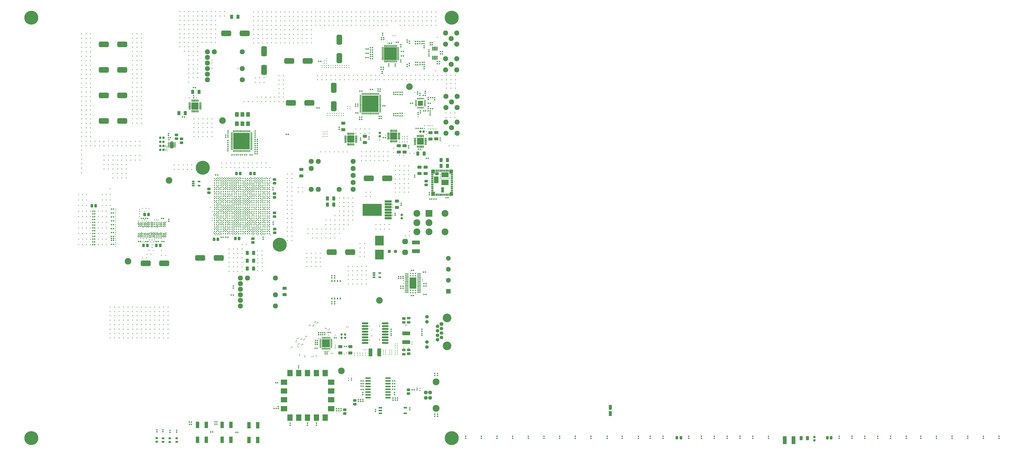
<source format=gbr>
%TF.GenerationSoftware,Altium Limited,Altium Designer,23.11.1 (41)*%
G04 Layer_Color=8388736*
%FSLAX45Y45*%
%MOMM*%
%TF.SameCoordinates,85413206-E3E1-404A-8318-C17176F6EAC7*%
%TF.FilePolarity,Negative*%
%TF.FileFunction,Soldermask,Top*%
%TF.Part,Single*%
G01*
G75*
%TA.AperFunction,SMDPad,CuDef*%
G04:AMPARAMS|DCode=11|XSize=3.15mm|YSize=3.15mm|CornerRadius=0.1575mm|HoleSize=0mm|Usage=FLASHONLY|Rotation=180.000|XOffset=0mm|YOffset=0mm|HoleType=Round|Shape=RoundedRectangle|*
%AMROUNDEDRECTD11*
21,1,3.15000,2.83500,0,0,180.0*
21,1,2.83500,3.15000,0,0,180.0*
1,1,0.31500,-1.41750,1.41750*
1,1,0.31500,1.41750,1.41750*
1,1,0.31500,1.41750,-1.41750*
1,1,0.31500,-1.41750,-1.41750*
%
%ADD11ROUNDEDRECTD11*%
G04:AMPARAMS|DCode=41|XSize=3.15mm|YSize=3.15mm|CornerRadius=0.1575mm|HoleSize=0mm|Usage=FLASHONLY|Rotation=90.000|XOffset=0mm|YOffset=0mm|HoleType=Round|Shape=RoundedRectangle|*
%AMROUNDEDRECTD41*
21,1,3.15000,2.83500,0,0,90.0*
21,1,2.83500,3.15000,0,0,90.0*
1,1,0.31500,1.41750,1.41750*
1,1,0.31500,1.41750,-1.41750*
1,1,0.31500,-1.41750,-1.41750*
1,1,0.31500,-1.41750,1.41750*
%
%ADD41ROUNDEDRECTD41*%
%ADD43R,3.15000X3.15000*%
%TA.AperFunction,NonConductor*%
%ADD126R,3.09997X5.16001*%
%TA.AperFunction,SMDPad,CuDef*%
G04:AMPARAMS|DCode=127|XSize=4.5016mm|YSize=2.6016mm|CornerRadius=0.6758mm|HoleSize=0mm|Usage=FLASHONLY|Rotation=0.000|XOffset=0mm|YOffset=0mm|HoleType=Round|Shape=RoundedRectangle|*
%AMROUNDEDRECTD127*
21,1,4.50160,1.25000,0,0,0.0*
21,1,3.15000,2.60160,0,0,0.0*
1,1,1.35160,1.57500,-0.62500*
1,1,1.35160,-1.57500,-0.62500*
1,1,1.35160,-1.57500,0.62500*
1,1,1.35160,1.57500,0.62500*
%
%ADD127ROUNDEDRECTD127*%
G04:AMPARAMS|DCode=128|XSize=0.49mm|YSize=1.14mm|CornerRadius=0.1575mm|HoleSize=0mm|Usage=FLASHONLY|Rotation=270.000|XOffset=0mm|YOffset=0mm|HoleType=Round|Shape=RoundedRectangle|*
%AMROUNDEDRECTD128*
21,1,0.49000,0.82500,0,0,270.0*
21,1,0.17500,1.14000,0,0,270.0*
1,1,0.31500,-0.41250,-0.08750*
1,1,0.31500,-0.41250,0.08750*
1,1,0.31500,0.41250,0.08750*
1,1,0.31500,0.41250,-0.08750*
%
%ADD128ROUNDEDRECTD128*%
G04:AMPARAMS|DCode=129|XSize=0.49mm|YSize=1.14mm|CornerRadius=0.1575mm|HoleSize=0mm|Usage=FLASHONLY|Rotation=180.000|XOffset=0mm|YOffset=0mm|HoleType=Round|Shape=RoundedRectangle|*
%AMROUNDEDRECTD129*
21,1,0.49000,0.82500,0,0,180.0*
21,1,0.17500,1.14000,0,0,180.0*
1,1,0.31500,-0.08750,0.41250*
1,1,0.31500,0.08750,0.41250*
1,1,0.31500,0.08750,-0.41250*
1,1,0.31500,-0.08750,-0.41250*
%
%ADD129ROUNDEDRECTD129*%
G04:AMPARAMS|DCode=130|XSize=4.5016mm|YSize=2.6016mm|CornerRadius=0.6758mm|HoleSize=0mm|Usage=FLASHONLY|Rotation=270.000|XOffset=0mm|YOffset=0mm|HoleType=Round|Shape=RoundedRectangle|*
%AMROUNDEDRECTD130*
21,1,4.50160,1.25000,0,0,270.0*
21,1,3.15000,2.60160,0,0,270.0*
1,1,1.35160,-0.62500,-1.57500*
1,1,1.35160,-0.62500,1.57500*
1,1,1.35160,0.62500,1.57500*
1,1,1.35160,0.62500,-1.57500*
%
%ADD130ROUNDEDRECTD130*%
%TA.AperFunction,BGAPad,CuDef*%
%ADD131C,2.29900*%
%TA.AperFunction,SMDPad,CuDef*%
%ADD132R,1.24000X2.39000*%
%ADD133R,1.50000X1.34000*%
%ADD134R,2.14000X3.15000*%
%ADD135R,3.20000X2.30000*%
%ADD136R,3.24000X2.34000*%
%ADD137R,1.09000X0.74000*%
%ADD138R,1.74000X1.84000*%
%ADD139R,0.74000X1.09000*%
G04:AMPARAMS|DCode=140|XSize=0.6096mm|YSize=0.6096mm|CornerRadius=0.2032mm|HoleSize=0mm|Usage=FLASHONLY|Rotation=0.000|XOffset=0mm|YOffset=0mm|HoleType=Round|Shape=RoundedRectangle|*
%AMROUNDEDRECTD140*
21,1,0.60960,0.20320,0,0,0.0*
21,1,0.20320,0.60960,0,0,0.0*
1,1,0.40640,0.10160,-0.10160*
1,1,0.40640,-0.10160,-0.10160*
1,1,0.40640,-0.10160,0.10160*
1,1,0.40640,0.10160,0.10160*
%
%ADD140ROUNDEDRECTD140*%
G04:AMPARAMS|DCode=141|XSize=1.905mm|YSize=1.2954mm|CornerRadius=0.25375mm|HoleSize=0mm|Usage=FLASHONLY|Rotation=270.000|XOffset=0mm|YOffset=0mm|HoleType=Round|Shape=RoundedRectangle|*
%AMROUNDEDRECTD141*
21,1,1.90500,0.78791,0,0,270.0*
21,1,1.39751,1.29540,0,0,270.0*
1,1,0.50749,-0.39395,-0.69875*
1,1,0.50749,-0.39395,0.69875*
1,1,0.50749,0.39395,0.69875*
1,1,0.50749,0.39395,-0.69875*
%
%ADD141ROUNDEDRECTD141*%
G04:AMPARAMS|DCode=142|XSize=0.6096mm|YSize=0.6096mm|CornerRadius=0.2032mm|HoleSize=0mm|Usage=FLASHONLY|Rotation=270.000|XOffset=0mm|YOffset=0mm|HoleType=Round|Shape=RoundedRectangle|*
%AMROUNDEDRECTD142*
21,1,0.60960,0.20320,0,0,270.0*
21,1,0.20320,0.60960,0,0,270.0*
1,1,0.40640,-0.10160,-0.10160*
1,1,0.40640,-0.10160,0.10160*
1,1,0.40640,0.10160,0.10160*
1,1,0.40640,0.10160,-0.10160*
%
%ADD142ROUNDEDRECTD142*%
G04:AMPARAMS|DCode=143|XSize=1.905mm|YSize=1.2954mm|CornerRadius=0.25375mm|HoleSize=0mm|Usage=FLASHONLY|Rotation=180.000|XOffset=0mm|YOffset=0mm|HoleType=Round|Shape=RoundedRectangle|*
%AMROUNDEDRECTD143*
21,1,1.90500,0.78791,0,0,180.0*
21,1,1.39751,1.29540,0,0,180.0*
1,1,0.50749,-0.69875,0.39395*
1,1,0.50749,0.69875,0.39395*
1,1,0.50749,0.69875,-0.39395*
1,1,0.50749,-0.69875,-0.39395*
%
%ADD143ROUNDEDRECTD143*%
G04:AMPARAMS|DCode=144|XSize=1.4986mm|YSize=1.1938mm|CornerRadius=0.25286mm|HoleSize=0mm|Usage=FLASHONLY|Rotation=0.000|XOffset=0mm|YOffset=0mm|HoleType=Round|Shape=RoundedRectangle|*
%AMROUNDEDRECTD144*
21,1,1.49860,0.68809,0,0,0.0*
21,1,0.99289,1.19380,0,0,0.0*
1,1,0.50571,0.49644,-0.34404*
1,1,0.50571,-0.49644,-0.34404*
1,1,0.50571,-0.49644,0.34404*
1,1,0.50571,0.49644,0.34404*
%
%ADD144ROUNDEDRECTD144*%
%ADD145R,1.19000X0.74000*%
G04:AMPARAMS|DCode=146|XSize=2.4632mm|YSize=2.3632mm|CornerRadius=0.6416mm|HoleSize=0mm|Usage=FLASHONLY|Rotation=180.000|XOffset=0mm|YOffset=0mm|HoleType=Round|Shape=RoundedRectangle|*
%AMROUNDEDRECTD146*
21,1,2.46320,1.08000,0,0,180.0*
21,1,1.18000,2.36320,0,0,180.0*
1,1,1.28320,-0.59000,0.54000*
1,1,1.28320,0.59000,0.54000*
1,1,1.28320,0.59000,-0.54000*
1,1,1.28320,-0.59000,-0.54000*
%
%ADD146ROUNDEDRECTD146*%
%ADD147C,3.00000*%
G04:AMPARAMS|DCode=148|XSize=0.38mm|YSize=0.74mm|CornerRadius=0.1192mm|HoleSize=0mm|Usage=FLASHONLY|Rotation=90.000|XOffset=0mm|YOffset=0mm|HoleType=Round|Shape=RoundedRectangle|*
%AMROUNDEDRECTD148*
21,1,0.38000,0.50160,0,0,90.0*
21,1,0.14160,0.74000,0,0,90.0*
1,1,0.23840,0.25080,0.07080*
1,1,0.23840,0.25080,-0.07080*
1,1,0.23840,-0.25080,-0.07080*
1,1,0.23840,-0.25080,0.07080*
%
%ADD148ROUNDEDRECTD148*%
G04:AMPARAMS|DCode=149|XSize=2.54mm|YSize=1.79mm|CornerRadius=0.11125mm|HoleSize=0mm|Usage=FLASHONLY|Rotation=90.000|XOffset=0mm|YOffset=0mm|HoleType=Round|Shape=RoundedRectangle|*
%AMROUNDEDRECTD149*
21,1,2.54000,1.56750,0,0,90.0*
21,1,2.31750,1.79000,0,0,90.0*
1,1,0.22250,0.78375,1.15875*
1,1,0.22250,0.78375,-1.15875*
1,1,0.22250,-0.78375,-1.15875*
1,1,0.22250,-0.78375,1.15875*
%
%ADD149ROUNDEDRECTD149*%
G04:AMPARAMS|DCode=150|XSize=0.9906mm|YSize=0.9652mm|CornerRadius=0.20193mm|HoleSize=0mm|Usage=FLASHONLY|Rotation=0.000|XOffset=0mm|YOffset=0mm|HoleType=Round|Shape=RoundedRectangle|*
%AMROUNDEDRECTD150*
21,1,0.99060,0.56134,0,0,0.0*
21,1,0.58674,0.96520,0,0,0.0*
1,1,0.40386,0.29337,-0.28067*
1,1,0.40386,-0.29337,-0.28067*
1,1,0.40386,-0.29337,0.28067*
1,1,0.40386,0.29337,0.28067*
%
%ADD150ROUNDEDRECTD150*%
%ADD151R,0.40640X0.55880*%
G04:AMPARAMS|DCode=152|XSize=1.4986mm|YSize=1.1938mm|CornerRadius=0.25286mm|HoleSize=0mm|Usage=FLASHONLY|Rotation=270.000|XOffset=0mm|YOffset=0mm|HoleType=Round|Shape=RoundedRectangle|*
%AMROUNDEDRECTD152*
21,1,1.49860,0.68809,0,0,270.0*
21,1,0.99289,1.19380,0,0,270.0*
1,1,0.50571,-0.34404,-0.49644*
1,1,0.50571,-0.34404,0.49644*
1,1,0.50571,0.34404,0.49644*
1,1,0.50571,0.34404,-0.49644*
%
%ADD152ROUNDEDRECTD152*%
%TA.AperFunction,BGAPad,CuDef*%
%ADD153C,0.55160*%
%ADD154C,0.55000*%
%TA.AperFunction,SMDPad,CuDef*%
%ADD155O,0.54999X0.55000*%
G04:AMPARAMS|DCode=156|XSize=0.54mm|YSize=0.84mm|CornerRadius=0.17mm|HoleSize=0mm|Usage=FLASHONLY|Rotation=180.000|XOffset=0mm|YOffset=0mm|HoleType=Round|Shape=RoundedRectangle|*
%AMROUNDEDRECTD156*
21,1,0.54000,0.50000,0,0,180.0*
21,1,0.20000,0.84000,0,0,180.0*
1,1,0.34000,-0.10000,0.25000*
1,1,0.34000,0.10000,0.25000*
1,1,0.34000,0.10000,-0.25000*
1,1,0.34000,-0.10000,-0.25000*
%
%ADD156ROUNDEDRECTD156*%
%ADD157R,1.69000X2.09000*%
G04:AMPARAMS|DCode=158|XSize=1.09mm|YSize=0.44mm|CornerRadius=0.145mm|HoleSize=0mm|Usage=FLASHONLY|Rotation=180.000|XOffset=0mm|YOffset=0mm|HoleType=Round|Shape=RoundedRectangle|*
%AMROUNDEDRECTD158*
21,1,1.09000,0.15000,0,0,180.0*
21,1,0.80000,0.44000,0,0,180.0*
1,1,0.29000,-0.40000,0.07500*
1,1,0.29000,0.40000,0.07500*
1,1,0.29000,0.40000,-0.07500*
1,1,0.29000,-0.40000,-0.07500*
%
%ADD158ROUNDEDRECTD158*%
G04:AMPARAMS|DCode=159|XSize=0.9906mm|YSize=0.9652mm|CornerRadius=0.20193mm|HoleSize=0mm|Usage=FLASHONLY|Rotation=90.000|XOffset=0mm|YOffset=0mm|HoleType=Round|Shape=RoundedRectangle|*
%AMROUNDEDRECTD159*
21,1,0.99060,0.56134,0,0,90.0*
21,1,0.58674,0.96520,0,0,90.0*
1,1,0.40386,0.28067,0.29337*
1,1,0.40386,0.28067,-0.29337*
1,1,0.40386,-0.28067,-0.29337*
1,1,0.40386,-0.28067,0.29337*
%
%ADD159ROUNDEDRECTD159*%
G04:AMPARAMS|DCode=160|XSize=1.7mm|YSize=3.6mm|CornerRadius=0.25mm|HoleSize=0mm|Usage=FLASHONLY|Rotation=0.000|XOffset=0mm|YOffset=0mm|HoleType=Round|Shape=RoundedRectangle|*
%AMROUNDEDRECTD160*
21,1,1.70000,3.10000,0,0,0.0*
21,1,1.20000,3.60000,0,0,0.0*
1,1,0.50000,0.60000,-1.55000*
1,1,0.50000,-0.60000,-1.55000*
1,1,0.50000,-0.60000,1.55000*
1,1,0.50000,0.60000,1.55000*
%
%ADD160ROUNDEDRECTD160*%
%ADD161R,1.54000X2.89000*%
%ADD162O,0.94000X0.37000*%
%ADD163O,0.37000X0.94000*%
%ADD164R,7.54000X7.54000*%
%ADD165O,0.54000X1.94000*%
%ADD166R,7.54000X7.54000*%
%ADD167R,1.45160X2.30160*%
%ADD168R,2.25000X2.25000*%
%ADD169O,0.35000X0.95000*%
%ADD170O,0.95000X0.35000*%
G04:AMPARAMS|DCode=171|XSize=0.608mm|YSize=0.608mm|CornerRadius=0.2024mm|HoleSize=0mm|Usage=FLASHONLY|Rotation=90.000|XOffset=0mm|YOffset=0mm|HoleType=Round|Shape=RoundedRectangle|*
%AMROUNDEDRECTD171*
21,1,0.60800,0.20320,0,0,90.0*
21,1,0.20320,0.60800,0,0,90.0*
1,1,0.40480,0.10160,0.10160*
1,1,0.40480,0.10160,-0.10160*
1,1,0.40480,-0.10160,-0.10160*
1,1,0.40480,-0.10160,0.10160*
%
%ADD171ROUNDEDRECTD171*%
%ADD172O,0.99000X0.42000*%
%ADD173R,5.74000X5.74000*%
%ADD174O,0.42000X0.99000*%
%ADD175O,1.70160X0.40160*%
%ADD176O,3.02260X0.86360*%
%ADD177R,1.50160X1.30160*%
%ADD178R,1.50160X1.10160*%
G04:AMPARAMS|DCode=179|XSize=0.4mm|YSize=0.55mm|CornerRadius=0.125mm|HoleSize=0mm|Usage=FLASHONLY|Rotation=90.000|XOffset=0mm|YOffset=0mm|HoleType=Round|Shape=RoundedRectangle|*
%AMROUNDEDRECTD179*
21,1,0.40000,0.30000,0,0,90.0*
21,1,0.15000,0.55000,0,0,90.0*
1,1,0.25000,0.15000,0.07500*
1,1,0.25000,0.15000,-0.07500*
1,1,0.25000,-0.15000,-0.07500*
1,1,0.25000,-0.15000,0.07500*
%
%ADD179ROUNDEDRECTD179*%
%ADD180R,2.44000X2.94000*%
%ADD181R,2.94000X2.44000*%
%ADD182R,1.52000X0.74000*%
G04:AMPARAMS|DCode=183|XSize=1.7mm|YSize=3.6mm|CornerRadius=0.25mm|HoleSize=0mm|Usage=FLASHONLY|Rotation=270.000|XOffset=0mm|YOffset=0mm|HoleType=Round|Shape=RoundedRectangle|*
%AMROUNDEDRECTD183*
21,1,1.70000,3.10000,0,0,270.0*
21,1,1.20000,3.60000,0,0,270.0*
1,1,0.50000,-1.55000,-0.60000*
1,1,0.50000,-1.55000,0.60000*
1,1,0.50000,1.55000,0.60000*
1,1,0.50000,1.55000,-0.60000*
%
%ADD183ROUNDEDRECTD183*%
G04:AMPARAMS|DCode=184|XSize=3.5016mm|YSize=3.5016mm|CornerRadius=0mm|HoleSize=0mm|Usage=FLASHONLY|Rotation=180.000|XOffset=0mm|YOffset=0mm|HoleType=Round|Shape=RoundedRectangle|*
%AMROUNDEDRECTD184*
21,1,3.50160,3.50160,0,0,180.0*
21,1,3.50160,3.50160,0,0,180.0*
1,1,0.00000,-1.75080,1.75080*
1,1,0.00000,1.75080,1.75080*
1,1,0.00000,1.75080,-1.75080*
1,1,0.00000,-1.75080,-1.75080*
%
%ADD184ROUNDEDRECTD184*%
%ADD185R,0.35160X0.90160*%
%ADD186R,0.90160X0.35160*%
G04:AMPARAMS|DCode=187|XSize=0.79mm|YSize=0.99mm|CornerRadius=0.2325mm|HoleSize=0mm|Usage=FLASHONLY|Rotation=180.000|XOffset=0mm|YOffset=0mm|HoleType=Round|Shape=RoundedRectangle|*
%AMROUNDEDRECTD187*
21,1,0.79000,0.52500,0,0,180.0*
21,1,0.32500,0.99000,0,0,180.0*
1,1,0.46500,-0.16250,0.26250*
1,1,0.46500,0.16250,0.26250*
1,1,0.46500,0.16250,-0.26250*
1,1,0.46500,-0.16250,-0.26250*
%
%ADD187ROUNDEDRECTD187*%
%ADD188R,8.67999X5.49000*%
G04:AMPARAMS|DCode=189|XSize=3.2mm|YSize=1.03mm|CornerRadius=0.2925mm|HoleSize=0mm|Usage=FLASHONLY|Rotation=180.000|XOffset=0mm|YOffset=0mm|HoleType=Round|Shape=RoundedRectangle|*
%AMROUNDEDRECTD189*
21,1,3.20000,0.44500,0,0,180.0*
21,1,2.61500,1.03000,0,0,180.0*
1,1,0.58500,-1.30750,0.22250*
1,1,0.58500,1.30750,0.22250*
1,1,0.58500,1.30750,-0.22250*
1,1,0.58500,-1.30750,-0.22250*
%
%ADD189ROUNDEDRECTD189*%
%ADD190R,2.43900X0.69900*%
G04:AMPARAMS|DCode=191|XSize=1.34mm|YSize=1.34mm|CornerRadius=0.25mm|HoleSize=0mm|Usage=FLASHONLY|Rotation=270.000|XOffset=0mm|YOffset=0mm|HoleType=Round|Shape=RoundedRectangle|*
%AMROUNDEDRECTD191*
21,1,1.34000,0.84000,0,0,270.0*
21,1,0.84000,1.34000,0,0,270.0*
1,1,0.50000,-0.42000,-0.42000*
1,1,0.50000,-0.42000,0.42000*
1,1,0.50000,0.42000,0.42000*
1,1,0.50000,0.42000,-0.42000*
%
%ADD191ROUNDEDRECTD191*%
G04:AMPARAMS|DCode=192|XSize=1.34mm|YSize=1.34mm|CornerRadius=0.37mm|HoleSize=0mm|Usage=FLASHONLY|Rotation=270.000|XOffset=0mm|YOffset=0mm|HoleType=Round|Shape=RoundedRectangle|*
%AMROUNDEDRECTD192*
21,1,1.34000,0.60000,0,0,270.0*
21,1,0.60000,1.34000,0,0,270.0*
1,1,0.74000,-0.30000,-0.30000*
1,1,0.74000,-0.30000,0.30000*
1,1,0.74000,0.30000,0.30000*
1,1,0.74000,0.30000,-0.30000*
%
%ADD192ROUNDEDRECTD192*%
%ADD193R,4.01320X4.44500*%
G04:AMPARAMS|DCode=194|XSize=1.1016mm|YSize=0.9016mm|CornerRadius=0.2508mm|HoleSize=0mm|Usage=FLASHONLY|Rotation=0.000|XOffset=0mm|YOffset=0mm|HoleType=Round|Shape=RoundedRectangle|*
%AMROUNDEDRECTD194*
21,1,1.10160,0.40000,0,0,0.0*
21,1,0.60000,0.90160,0,0,0.0*
1,1,0.50160,0.30000,-0.20000*
1,1,0.50160,-0.30000,-0.20000*
1,1,0.50160,-0.30000,0.20000*
1,1,0.50160,0.30000,0.20000*
%
%ADD194ROUNDEDRECTD194*%
%TA.AperFunction,ComponentPad*%
%ADD195C,6.34000*%
%ADD196C,2.30160*%
%ADD197C,3.91160*%
G04:AMPARAMS|DCode=198|XSize=1.6256mm|YSize=1.6256mm|CornerRadius=0mm|HoleSize=0mm|Usage=FLASHONLY|Rotation=90.000|XOffset=0mm|YOffset=0mm|HoleType=Round|Shape=Octagon|*
%AMOCTAGOND198*
4,1,8,0.40640,0.81280,-0.40640,0.81280,-0.81280,0.40640,-0.81280,-0.40640,-0.40640,-0.81280,0.40640,-0.81280,0.81280,-0.40640,0.81280,0.40640,0.40640,0.81280,0.0*
%
%ADD198OCTAGOND198*%

%ADD199C,1.62560*%
%ADD200C,3.14000*%
%ADD201C,1.74000*%
%ADD202C,0.70160*%
%ADD203R,2.14500X2.14500*%
%ADD204C,2.14500*%
%ADD205C,3.13720*%
%ADD206R,3.14000X3.14000*%
%TA.AperFunction,ViaPad*%
%ADD207C,0.40640*%
%ADD208C,0.66040*%
%ADD209C,0.30000*%
%ADD210C,0.60160*%
%ADD211C,0.60960*%
G36*
X6822393Y13958797D02*
X6822669D01*
X6822941Y13958752D01*
X6823216Y13958733D01*
X6823485Y13958667D01*
X6823757Y13958624D01*
X6824020Y13958539D01*
X6824288Y13958475D01*
X6824542Y13958369D01*
X6824805Y13958284D01*
X6826643Y13957523D01*
X6826890Y13957397D01*
X6827143Y13957292D01*
X6827377Y13957149D01*
X6827624Y13957022D01*
X6827849Y13956859D01*
X6828083Y13956715D01*
X6828291Y13956537D01*
X6828516Y13956375D01*
X6828712Y13956178D01*
X6828921Y13956000D01*
X6830327Y13954594D01*
X6830507Y13954382D01*
X6830701Y13954189D01*
X6830863Y13953966D01*
X6831043Y13953757D01*
X6831186Y13953522D01*
X6831349Y13953297D01*
X6831475Y13953050D01*
X6831619Y13952815D01*
X6831723Y13952563D01*
X6831849Y13952316D01*
X6832610Y13950478D01*
X6832696Y13950217D01*
X6832801Y13949960D01*
X6832866Y13949693D01*
X6832951Y13949431D01*
X6832994Y13949159D01*
X6833059Y13948889D01*
X6833081Y13948611D01*
X6833123Y13948341D01*
Y13948068D01*
X6833145Y13947791D01*
Y13946797D01*
Y13616797D01*
Y13615802D01*
X6833123Y13615527D01*
Y13615251D01*
X6833080Y13614980D01*
X6833059Y13614703D01*
X6832994Y13614435D01*
X6832951Y13614163D01*
X6832866Y13613901D01*
X6832801Y13613632D01*
X6832696Y13613377D01*
X6832611Y13613115D01*
X6831849Y13611276D01*
X6831724Y13611031D01*
X6831619Y13610777D01*
X6831475Y13610542D01*
X6831349Y13610297D01*
X6831186Y13610071D01*
X6831043Y13609837D01*
X6830864Y13609628D01*
X6830702Y13609404D01*
X6830506Y13609209D01*
X6830327Y13609000D01*
X6828921Y13607593D01*
X6828712Y13607414D01*
X6828515Y13607217D01*
X6828291Y13607056D01*
X6828083Y13606877D01*
X6827848Y13606734D01*
X6827624Y13606570D01*
X6827378Y13606445D01*
X6827143Y13606300D01*
X6826888Y13606197D01*
X6826642Y13606070D01*
X6824804Y13605309D01*
X6824541Y13605225D01*
X6824288Y13605119D01*
X6824020Y13605055D01*
X6823756Y13604968D01*
X6823484Y13604926D01*
X6823216Y13604861D01*
X6822940Y13604840D01*
X6822668Y13604797D01*
X6822393D01*
X6822118Y13604774D01*
X6805129D01*
X6804854Y13604797D01*
X6804578D01*
X6804306Y13604840D01*
X6804031Y13604861D01*
X6803763Y13604926D01*
X6803490Y13604968D01*
X6803227Y13605055D01*
X6802959Y13605119D01*
X6802705Y13605225D01*
X6802443Y13605309D01*
X6800605Y13606070D01*
X6800357Y13606197D01*
X6800103Y13606300D01*
X6799870Y13606445D01*
X6799623Y13606570D01*
X6799398Y13606734D01*
X6799164Y13606877D01*
X6798956Y13607056D01*
X6798732Y13607217D01*
X6798535Y13607414D01*
X6798326Y13607593D01*
X6796920Y13609000D01*
X6796741Y13609209D01*
X6796545Y13609406D01*
X6796382Y13609628D01*
X6796204Y13609837D01*
X6796060Y13610072D01*
X6795897Y13610297D01*
X6795772Y13610542D01*
X6795628Y13610777D01*
X6795523Y13611032D01*
X6795397Y13611278D01*
X6794636Y13613116D01*
X6794551Y13613379D01*
X6794446Y13613632D01*
X6794381Y13613901D01*
X6794296Y13614165D01*
X6794253Y13614436D01*
X6794188Y13614703D01*
X6794167Y13614980D01*
X6794124Y13615253D01*
Y13615527D01*
X6794102Y13615802D01*
Y13616797D01*
Y13946797D01*
Y13947791D01*
X6794124Y13948067D01*
Y13948341D01*
X6794167Y13948615D01*
X6794188Y13948889D01*
X6794253Y13949158D01*
X6794296Y13949429D01*
X6794381Y13949693D01*
X6794446Y13949960D01*
X6794551Y13950214D01*
X6794636Y13950478D01*
X6795397Y13952315D01*
X6795523Y13952562D01*
X6795628Y13952815D01*
X6795772Y13953050D01*
X6795897Y13953297D01*
X6796061Y13953522D01*
X6796204Y13953757D01*
X6796382Y13953964D01*
X6796545Y13954189D01*
X6796741Y13954385D01*
X6796920Y13954594D01*
X6798326Y13956000D01*
X6798537Y13956180D01*
X6798731Y13956374D01*
X6798954Y13956535D01*
X6799164Y13956715D01*
X6799398Y13956859D01*
X6799622Y13957022D01*
X6799870Y13957149D01*
X6800103Y13957292D01*
X6800357Y13957397D01*
X6800604Y13957523D01*
X6802442Y13958282D01*
X6802704Y13958369D01*
X6802959Y13958475D01*
X6803227Y13958539D01*
X6803489Y13958624D01*
X6803761Y13958667D01*
X6804031Y13958733D01*
X6804308Y13958754D01*
X6804578Y13958797D01*
X6804852D01*
X6805129Y13958818D01*
X6822118D01*
X6822393Y13958797D01*
D02*
G37*
G36*
X6872393D02*
X6872669D01*
X6872942Y13958752D01*
X6873216Y13958733D01*
X6873485Y13958667D01*
X6873757Y13958624D01*
X6874020Y13958539D01*
X6874288Y13958475D01*
X6874542Y13958369D01*
X6874805Y13958284D01*
X6876643Y13957523D01*
X6876890Y13957397D01*
X6877143Y13957292D01*
X6877377Y13957149D01*
X6877625Y13957022D01*
X6877849Y13956859D01*
X6878083Y13956715D01*
X6878292Y13956537D01*
X6878516Y13956375D01*
X6878712Y13956178D01*
X6878921Y13956000D01*
X6880327Y13954594D01*
X6880507Y13954382D01*
X6880702Y13954189D01*
X6880863Y13953966D01*
X6881043Y13953757D01*
X6881186Y13953522D01*
X6881349Y13953297D01*
X6881475Y13953050D01*
X6881619Y13952815D01*
X6881724Y13952563D01*
X6881850Y13952316D01*
X6882611Y13950478D01*
X6882696Y13950217D01*
X6882802Y13949960D01*
X6882866Y13949693D01*
X6882951Y13949431D01*
X6882994Y13949159D01*
X6883059Y13948889D01*
X6883081Y13948611D01*
X6883123Y13948341D01*
Y13948068D01*
X6883145Y13947791D01*
Y13946797D01*
Y13616797D01*
Y13615802D01*
X6883124Y13615527D01*
Y13615251D01*
X6883080Y13614980D01*
X6883059Y13614703D01*
X6882994Y13614435D01*
X6882951Y13614163D01*
X6882866Y13613901D01*
X6882802Y13613632D01*
X6882696Y13613377D01*
X6882611Y13613115D01*
X6881850Y13611276D01*
X6881724Y13611031D01*
X6881619Y13610777D01*
X6881475Y13610542D01*
X6881349Y13610297D01*
X6881186Y13610071D01*
X6881043Y13609837D01*
X6880865Y13609628D01*
X6880702Y13609404D01*
X6880506Y13609209D01*
X6880327Y13609000D01*
X6878921Y13607593D01*
X6878712Y13607414D01*
X6878515Y13607217D01*
X6878292Y13607056D01*
X6878083Y13606877D01*
X6877848Y13606734D01*
X6877624Y13606570D01*
X6877378Y13606445D01*
X6877143Y13606300D01*
X6876888Y13606197D01*
X6876642Y13606070D01*
X6874804Y13605309D01*
X6874541Y13605225D01*
X6874288Y13605119D01*
X6874020Y13605055D01*
X6873757Y13604968D01*
X6873484Y13604926D01*
X6873216Y13604861D01*
X6872941Y13604840D01*
X6872668Y13604797D01*
X6872393D01*
X6872118Y13604774D01*
X6855129D01*
X6854854Y13604797D01*
X6854579D01*
X6854306Y13604840D01*
X6854031Y13604861D01*
X6853763Y13604926D01*
X6853490Y13604968D01*
X6853227Y13605055D01*
X6852959Y13605119D01*
X6852706Y13605225D01*
X6852443Y13605309D01*
X6850605Y13606070D01*
X6850358Y13606197D01*
X6850104Y13606300D01*
X6849870Y13606445D01*
X6849623Y13606570D01*
X6849398Y13606734D01*
X6849164Y13606877D01*
X6848956Y13607056D01*
X6848732Y13607217D01*
X6848535Y13607414D01*
X6848326Y13607593D01*
X6846920Y13609000D01*
X6846741Y13609209D01*
X6846545Y13609406D01*
X6846382Y13609628D01*
X6846204Y13609837D01*
X6846060Y13610072D01*
X6845897Y13610297D01*
X6845772Y13610542D01*
X6845628Y13610777D01*
X6845523Y13611032D01*
X6845397Y13611278D01*
X6844636Y13613116D01*
X6844551Y13613379D01*
X6844446Y13613632D01*
X6844382Y13613901D01*
X6844296Y13614165D01*
X6844253Y13614436D01*
X6844188Y13614703D01*
X6844167Y13614980D01*
X6844124Y13615253D01*
Y13615527D01*
X6844102Y13615802D01*
Y13616797D01*
Y13946797D01*
Y13947791D01*
X6844124Y13948067D01*
Y13948341D01*
X6844167Y13948615D01*
X6844188Y13948889D01*
X6844253Y13949158D01*
X6844296Y13949429D01*
X6844382Y13949693D01*
X6844446Y13949960D01*
X6844551Y13950214D01*
X6844636Y13950478D01*
X6845397Y13952315D01*
X6845523Y13952562D01*
X6845628Y13952815D01*
X6845772Y13953050D01*
X6845897Y13953297D01*
X6846061Y13953522D01*
X6846204Y13953757D01*
X6846382Y13953964D01*
X6846545Y13954189D01*
X6846741Y13954385D01*
X6846920Y13954594D01*
X6848326Y13956000D01*
X6848537Y13956180D01*
X6848731Y13956374D01*
X6848954Y13956535D01*
X6849164Y13956715D01*
X6849398Y13956859D01*
X6849623Y13957022D01*
X6849870Y13957149D01*
X6850104Y13957292D01*
X6850357Y13957397D01*
X6850604Y13957523D01*
X6852442Y13958282D01*
X6852704Y13958369D01*
X6852959Y13958475D01*
X6853227Y13958539D01*
X6853489Y13958624D01*
X6853762Y13958667D01*
X6854031Y13958733D01*
X6854308Y13958754D01*
X6854578Y13958797D01*
X6854852D01*
X6855129Y13958818D01*
X6872118D01*
X6872393Y13958797D01*
D02*
G37*
G36*
X19610287Y11650694D02*
X19611359Y11650437D01*
X19611780Y11650262D01*
X19612376Y11650015D01*
X19613316Y11649439D01*
X19614153Y11648724D01*
Y11648724D01*
X19614154D01*
X19614870Y11647886D01*
X19615445Y11646946D01*
X19615692Y11646350D01*
X19615868Y11645929D01*
X19616124Y11644857D01*
X19616209Y11643759D01*
D01*
Y11643759D01*
Y11473759D01*
X19616124Y11472660D01*
X19615868Y11471589D01*
X19615445Y11470571D01*
X19614870Y11469631D01*
X19614154Y11468794D01*
X19613316Y11468078D01*
X19612376Y11467502D01*
X19611359Y11467081D01*
X19610287Y11466823D01*
X19609189Y11466737D01*
X19449190D01*
D01*
X19449188D01*
X19448090Y11466823D01*
X19447018Y11467081D01*
X19446001Y11467502D01*
X19445061Y11468078D01*
X19444225Y11468794D01*
X19443507Y11469631D01*
X19442932Y11470571D01*
X19442511Y11471589D01*
X19442253Y11472660D01*
X19442168Y11473759D01*
Y11473759D01*
D01*
X19442169Y11568759D01*
X19442194Y11569061D01*
X19442195Y11569360D01*
X19442235Y11569606D01*
X19442255Y11569857D01*
X19442326Y11570151D01*
X19442375Y11570447D01*
X19442455Y11570685D01*
X19442513Y11570928D01*
X19442628Y11571207D01*
X19442723Y11571493D01*
X19442838Y11571715D01*
X19442934Y11571946D01*
X19443091Y11572203D01*
X19443230Y11572471D01*
X19443381Y11572673D01*
X19443510Y11572886D01*
X19443706Y11573114D01*
X19443884Y11573357D01*
X19508882Y11648353D01*
X19509061Y11648529D01*
X19509222Y11648719D01*
X19509451Y11648914D01*
X19509666Y11649127D01*
X19509872Y11649273D01*
X19510062Y11649435D01*
X19510316Y11649592D01*
X19510564Y11649768D01*
X19510786Y11649880D01*
X19511002Y11650011D01*
X19511279Y11650126D01*
X19511548Y11650261D01*
X19511786Y11650336D01*
X19512019Y11650433D01*
X19512314Y11650503D01*
X19512599Y11650594D01*
X19512843Y11650631D01*
X19513091Y11650690D01*
X19513394Y11650714D01*
X19513689Y11650758D01*
X19513936Y11650756D01*
X19514188Y11650776D01*
X19609187Y11650780D01*
D01*
X19609189D01*
X19610287Y11650694D01*
D02*
G37*
D11*
X16915366Y14183066D02*
D03*
X14968103Y14046107D02*
D03*
D41*
X7892727Y15550806D02*
D03*
D43*
X18128987Y13945331D02*
D03*
D126*
X17791701Y7502001D02*
D03*
D127*
X3744702Y14871700D02*
D03*
X4584700D02*
D03*
X3744702Y16027400D02*
D03*
X4584700D02*
D03*
X12170631Y17595506D02*
D03*
X13010634D02*
D03*
X4584700Y18351500D02*
D03*
X3744702D02*
D03*
X4590537Y17185764D02*
D03*
X3750539D02*
D03*
X8968642Y8650370D02*
D03*
X8128639D02*
D03*
X6491401Y8401102D02*
D03*
X5651402D02*
D03*
X9310309Y18849026D02*
D03*
X10150307D02*
D03*
X14942821Y8905240D02*
D03*
X14102821D02*
D03*
X15788091Y12265363D02*
D03*
X16628094D02*
D03*
X12247427Y15687041D02*
D03*
X13087431D02*
D03*
D128*
X17155365Y14053064D02*
D03*
Y14118062D02*
D03*
Y14183066D02*
D03*
Y14248064D02*
D03*
Y14313063D02*
D03*
X16675366Y14118062D02*
D03*
Y14053064D02*
D03*
Y14313063D02*
D03*
Y14248064D02*
D03*
Y14183066D02*
D03*
X7652728Y15420802D02*
D03*
X8132727D02*
D03*
Y15485802D02*
D03*
Y15550806D02*
D03*
Y15615804D02*
D03*
Y15680801D02*
D03*
X7652728D02*
D03*
Y15615804D02*
D03*
Y15550806D02*
D03*
Y15485802D02*
D03*
X14728104Y14176109D02*
D03*
Y14111111D02*
D03*
Y14046107D02*
D03*
Y13981108D02*
D03*
Y13916110D02*
D03*
X15208102Y14111111D02*
D03*
Y14176109D02*
D03*
Y13916110D02*
D03*
Y13981108D02*
D03*
Y14046107D02*
D03*
D129*
X17045363Y13943066D02*
D03*
Y14423065D02*
D03*
X16980365D02*
D03*
X16915366D02*
D03*
X16850368D02*
D03*
X16785364D02*
D03*
Y13943066D02*
D03*
X16850368D02*
D03*
X16915366D02*
D03*
X16980365D02*
D03*
X7762725Y15310805D02*
D03*
X7827723D02*
D03*
X7892727D02*
D03*
X7957726D02*
D03*
X8022724D02*
D03*
X7827723Y15790804D02*
D03*
X7762725D02*
D03*
X8022724D02*
D03*
X7957726D02*
D03*
X7892727D02*
D03*
X14838101Y14286107D02*
D03*
Y13806108D02*
D03*
X14903099D02*
D03*
X14968103D02*
D03*
X15033102D02*
D03*
X15098100D02*
D03*
Y14286107D02*
D03*
X15033102D02*
D03*
X14968103D02*
D03*
X14903099D02*
D03*
X18258984Y13705338D02*
D03*
X18193985D02*
D03*
X18128987D02*
D03*
X18063988D02*
D03*
X17998985D02*
D03*
Y14185336D02*
D03*
X18063988D02*
D03*
X18128987D02*
D03*
X18193985D02*
D03*
X18258984D02*
D03*
D130*
X14193103Y15534641D02*
D03*
Y16374643D02*
D03*
X11028225Y18033324D02*
D03*
Y17193326D02*
D03*
X14451707Y18560707D02*
D03*
Y17720709D02*
D03*
D131*
X11545601Y6463482D02*
D03*
Y6971482D02*
D03*
Y7733482D02*
D03*
X9958101Y6463482D02*
D03*
Y6971482D02*
D03*
Y6717482D02*
D03*
Y7479482D02*
D03*
Y7225482D02*
D03*
X10275601Y7733482D02*
D03*
X9958101D02*
D03*
X10041086Y16742072D02*
D03*
Y17250072D02*
D03*
Y18012071D02*
D03*
X8453586Y16742072D02*
D03*
Y17250072D02*
D03*
Y16996071D02*
D03*
Y17758070D02*
D03*
Y17504071D02*
D03*
X8771086Y18012071D02*
D03*
X8453586D02*
D03*
X14443341Y11759600D02*
D03*
X13490842D02*
D03*
X15078342Y12077100D02*
D03*
Y11759600D02*
D03*
Y12712100D02*
D03*
X13490842Y13029601D02*
D03*
X15078342Y12394600D02*
D03*
Y13029601D02*
D03*
X13173341Y11759600D02*
D03*
Y12712100D02*
D03*
Y13029601D02*
D03*
D132*
X19141191Y11733761D02*
D03*
D133*
X18886189Y12469757D02*
D03*
D134*
X18854185Y12195757D02*
D03*
D135*
X19251189Y12422756D02*
D03*
D136*
X19249187Y12074761D02*
D03*
D137*
X19561688Y12063758D02*
D03*
Y11973761D02*
D03*
Y11883758D02*
D03*
Y11793761D02*
D03*
Y11703759D02*
D03*
Y12153760D02*
D03*
Y12243758D02*
D03*
Y12333760D02*
D03*
Y12423757D02*
D03*
X18676691D02*
D03*
Y12333760D02*
D03*
Y12243758D02*
D03*
Y12153760D02*
D03*
Y11703759D02*
D03*
Y11793761D02*
D03*
Y11883758D02*
D03*
Y11973761D02*
D03*
Y12063758D02*
D03*
D138*
X19529185Y12568761D02*
D03*
X18709187D02*
D03*
Y11558760D02*
D03*
D139*
X19119189Y12606261D02*
D03*
X19209187D02*
D03*
X19299190D02*
D03*
X19389188D02*
D03*
X19029187D02*
D03*
X18939191D02*
D03*
X18849188D02*
D03*
Y11521260D02*
D03*
X18939191D02*
D03*
X19029187D02*
D03*
X19389188D02*
D03*
X19299190D02*
D03*
X19209187D02*
D03*
X19119189D02*
D03*
D140*
X7831006Y16010674D02*
D03*
Y15921773D02*
D03*
X15793719Y14139453D02*
D03*
Y14050552D02*
D03*
X17259274Y11039232D02*
D03*
Y11128132D02*
D03*
X17872588Y12319709D02*
D03*
Y12408609D02*
D03*
X6684002Y14206944D02*
D03*
Y14295844D02*
D03*
X6707300Y10312451D02*
D03*
Y10401351D02*
D03*
X11439736Y11828832D02*
D03*
Y11739932D02*
D03*
X11441861Y10269272D02*
D03*
Y10180372D02*
D03*
X10991011Y9584648D02*
D03*
Y9495748D02*
D03*
X9630415Y7366452D02*
D03*
Y7277552D02*
D03*
X14442232Y14490471D02*
D03*
Y14579372D02*
D03*
X19032291Y14000880D02*
D03*
Y14089781D02*
D03*
X18538205Y11516309D02*
D03*
Y11605209D02*
D03*
X27298740Y543650D02*
D03*
Y454750D02*
D03*
X26612939Y543650D02*
D03*
Y454750D02*
D03*
X25876340Y543650D02*
D03*
Y454750D02*
D03*
X25165140Y543650D02*
D03*
Y454750D02*
D03*
X24453940Y543650D02*
D03*
Y454750D02*
D03*
X23742740Y543650D02*
D03*
Y454750D02*
D03*
X23031540Y543650D02*
D03*
Y454750D02*
D03*
X22320340Y543650D02*
D03*
Y454750D02*
D03*
X21609140Y543650D02*
D03*
Y454750D02*
D03*
X20897940Y543650D02*
D03*
Y454750D02*
D03*
X20186740Y543650D02*
D03*
Y454750D02*
D03*
X33951001Y543650D02*
D03*
Y454750D02*
D03*
X33239801Y543650D02*
D03*
Y454750D02*
D03*
X32655600Y543650D02*
D03*
Y454750D02*
D03*
X32071399Y543650D02*
D03*
Y454750D02*
D03*
X31487201Y543650D02*
D03*
Y454750D02*
D03*
X30903000Y543650D02*
D03*
Y454750D02*
D03*
X30321341Y543650D02*
D03*
Y454750D02*
D03*
X29152939Y543650D02*
D03*
Y454750D02*
D03*
X28568741Y543650D02*
D03*
Y454750D02*
D03*
X28035339Y543650D02*
D03*
Y454750D02*
D03*
X44418341D02*
D03*
Y543650D02*
D03*
X43707141Y454750D02*
D03*
Y543650D02*
D03*
X42995941Y454750D02*
D03*
Y543650D02*
D03*
X42284741Y454750D02*
D03*
Y543650D02*
D03*
X41573541Y454750D02*
D03*
Y543650D02*
D03*
X40862341Y454750D02*
D03*
Y543650D02*
D03*
X40201941Y454750D02*
D03*
Y543650D02*
D03*
X39490741Y454750D02*
D03*
Y543650D02*
D03*
X38906540Y454750D02*
D03*
Y543650D02*
D03*
X38322339Y454750D02*
D03*
Y543650D02*
D03*
X37740680Y454750D02*
D03*
Y543650D02*
D03*
X37156479Y454750D02*
D03*
Y543650D02*
D03*
X14237180Y7833589D02*
D03*
Y7744689D02*
D03*
X14107637Y6566129D02*
D03*
Y6655029D02*
D03*
Y7744494D02*
D03*
Y7833394D02*
D03*
X14242261Y6655223D02*
D03*
Y6566323D02*
D03*
X10718815Y13568269D02*
D03*
Y13657169D02*
D03*
Y13380309D02*
D03*
Y13469209D02*
D03*
X9286255Y14226129D02*
D03*
Y14137228D02*
D03*
X10619755Y13944189D02*
D03*
Y14033089D02*
D03*
X10721355Y13944189D02*
D03*
Y14033089D02*
D03*
X10619755Y13756229D02*
D03*
Y13845129D02*
D03*
X10721355Y13756229D02*
D03*
Y13845129D02*
D03*
X10619755Y13380309D02*
D03*
Y13469209D02*
D03*
Y13568269D02*
D03*
Y13657169D02*
D03*
X9390395Y14228642D02*
D03*
Y14139743D02*
D03*
X10622295Y14411549D02*
D03*
Y14322649D02*
D03*
X10619755Y14223563D02*
D03*
Y14134663D02*
D03*
X9390395Y13514929D02*
D03*
Y13603828D02*
D03*
Y13702888D02*
D03*
Y13791789D02*
D03*
X9391665Y14416629D02*
D03*
Y14327728D02*
D03*
X9390395Y13890849D02*
D03*
Y13979749D02*
D03*
X17242899Y17552670D02*
D03*
Y17641570D02*
D03*
X18524220Y18098770D02*
D03*
Y18009869D02*
D03*
X18524219Y17821910D02*
D03*
Y17910809D02*
D03*
X18008575Y16094710D02*
D03*
Y16183611D02*
D03*
X18033975Y15253970D02*
D03*
Y15165070D02*
D03*
X18107660Y16029877D02*
D03*
Y16118776D02*
D03*
X18133060Y15236189D02*
D03*
Y15325090D02*
D03*
X15289992Y15543530D02*
D03*
Y15632430D02*
D03*
X15190907Y15543530D02*
D03*
Y15632430D02*
D03*
X16695421Y17366248D02*
D03*
Y17455147D02*
D03*
X16990764Y17366248D02*
D03*
Y17455147D02*
D03*
X18353897Y16128961D02*
D03*
Y16217860D02*
D03*
X18492561Y15839729D02*
D03*
Y15928629D02*
D03*
X18779633Y15927342D02*
D03*
Y15838441D02*
D03*
X18492561Y15519402D02*
D03*
Y15430501D02*
D03*
X18569940Y15226518D02*
D03*
Y15137617D02*
D03*
X16919130Y15202592D02*
D03*
Y15113693D02*
D03*
X16918608Y16166103D02*
D03*
Y16077202D02*
D03*
X18301028Y17331052D02*
D03*
Y17242151D02*
D03*
X18301065Y18284982D02*
D03*
Y18196082D02*
D03*
X17634171Y17393631D02*
D03*
Y17482532D02*
D03*
X17534909Y17343634D02*
D03*
Y17432533D02*
D03*
X18108998Y18384303D02*
D03*
Y18473203D02*
D03*
X18114848Y17429123D02*
D03*
Y17518024D02*
D03*
X17631630Y18492834D02*
D03*
Y18403935D02*
D03*
X17532368Y18542838D02*
D03*
Y18453937D02*
D03*
X16397842Y17028711D02*
D03*
Y17117612D02*
D03*
X16411322Y18861591D02*
D03*
Y18772690D02*
D03*
X16364984Y18655009D02*
D03*
Y18566110D02*
D03*
X16464983Y18655009D02*
D03*
Y18566110D02*
D03*
X16449092Y17218239D02*
D03*
Y17307140D02*
D03*
X16350006Y17218239D02*
D03*
Y17307140D02*
D03*
X15415585Y14002193D02*
D03*
Y14091092D02*
D03*
X17145000Y7804150D02*
D03*
Y7715250D02*
D03*
X17246600Y7804150D02*
D03*
Y7715250D02*
D03*
X17348199D02*
D03*
Y7804150D02*
D03*
Y7359650D02*
D03*
Y7270750D02*
D03*
X17246600Y7359650D02*
D03*
Y7270750D02*
D03*
X18199100Y5403850D02*
D03*
Y5314950D02*
D03*
X18199101Y5124450D02*
D03*
Y5213350D02*
D03*
X12217400Y1047750D02*
D03*
Y1136650D02*
D03*
X13004800Y1047750D02*
D03*
Y1136650D02*
D03*
X12598400Y3740150D02*
D03*
Y3651250D02*
D03*
X11671300Y1892300D02*
D03*
Y1803400D02*
D03*
X14528799Y1708150D02*
D03*
Y1797050D02*
D03*
X14427200D02*
D03*
Y1708150D02*
D03*
X14325600D02*
D03*
Y1797050D02*
D03*
X15417799Y2127250D02*
D03*
Y2216150D02*
D03*
X15519400D02*
D03*
Y2127250D02*
D03*
X15316200D02*
D03*
Y2216150D02*
D03*
X17653000Y1835150D02*
D03*
Y1746250D02*
D03*
X17094200Y2190750D02*
D03*
Y2279650D02*
D03*
X16992599Y2190750D02*
D03*
Y2279650D02*
D03*
X16090900Y1758950D02*
D03*
Y1670050D02*
D03*
X16891000Y2279650D02*
D03*
Y2190750D02*
D03*
X18910300Y3397250D02*
D03*
Y3308350D02*
D03*
X18783299D02*
D03*
Y3397250D02*
D03*
X15519400Y2444750D02*
D03*
Y2533650D02*
D03*
X13411200Y1047750D02*
D03*
Y1136650D02*
D03*
X16954500Y2444750D02*
D03*
Y2533650D02*
D03*
X18783299Y1454150D02*
D03*
Y1543050D02*
D03*
X18910300D02*
D03*
Y1454150D02*
D03*
X13690601Y5251450D02*
D03*
Y5162550D02*
D03*
X13601701D02*
D03*
Y5251450D02*
D03*
X13779501Y5162550D02*
D03*
Y5251450D02*
D03*
X13512801D02*
D03*
Y5162550D02*
D03*
X13804900Y4375150D02*
D03*
Y4286250D02*
D03*
X13893799D02*
D03*
Y4375150D02*
D03*
X16802100Y5124450D02*
D03*
Y5213350D02*
D03*
X16802101Y5403850D02*
D03*
Y5314950D02*
D03*
X17601167Y13732455D02*
D03*
Y13643556D02*
D03*
X16979900Y10674349D02*
D03*
Y10585449D02*
D03*
X6752725Y717324D02*
D03*
Y806224D02*
D03*
X7060527Y726796D02*
D03*
Y815696D02*
D03*
X6159467Y751464D02*
D03*
Y840364D02*
D03*
X6428508Y754169D02*
D03*
Y843069D02*
D03*
X17244060Y18243550D02*
D03*
Y18332449D02*
D03*
D141*
X8076450Y16193639D02*
D03*
X7786890D02*
D03*
X18303726Y13391927D02*
D03*
X18014166D02*
D03*
X10268381Y8876082D02*
D03*
X10557941D02*
D03*
X10265841Y8162342D02*
D03*
X10555401D02*
D03*
X10268381Y8520482D02*
D03*
X10557941D02*
D03*
X9847730Y19601208D02*
D03*
X9558170D02*
D03*
X7446325Y15226576D02*
D03*
X7156765D02*
D03*
X14195621Y11344602D02*
D03*
X13906061D02*
D03*
Y11069602D02*
D03*
X14195621D02*
D03*
X19362846Y12827292D02*
D03*
X19073286D02*
D03*
X19362846Y13091476D02*
D03*
X19073286D02*
D03*
X35716299Y458560D02*
D03*
X35426740D02*
D03*
D142*
X7912389Y16383437D02*
D03*
X7823489D02*
D03*
X18490936Y13166417D02*
D03*
X18402037D02*
D03*
X18141100Y13579192D02*
D03*
X18052199D02*
D03*
X13347701Y4536283D02*
D03*
X13436600D02*
D03*
X6772684Y14107858D02*
D03*
X6683784D02*
D03*
X6370752Y10445804D02*
D03*
X6459652D02*
D03*
X5418252Y9391701D02*
D03*
X5329352D02*
D03*
X6129452Y9391704D02*
D03*
X6218352D02*
D03*
X6478701Y9391705D02*
D03*
X6389801D02*
D03*
X5659550Y9391701D02*
D03*
X5748450D02*
D03*
X3335450Y9760001D02*
D03*
X3246550D02*
D03*
X3335450Y9887001D02*
D03*
X3246550D02*
D03*
X3335450Y9379001D02*
D03*
X3246550D02*
D03*
X3335450Y9252001D02*
D03*
X3246550D02*
D03*
X3335450Y9633001D02*
D03*
X3246550D02*
D03*
X3246551Y9506002D02*
D03*
X3335451D02*
D03*
X3335450Y10268001D02*
D03*
X3246550D02*
D03*
X3335450Y10522001D02*
D03*
X3246550D02*
D03*
Y10395001D02*
D03*
X3335450D02*
D03*
Y10776001D02*
D03*
X3246550D02*
D03*
X3335450Y10649001D02*
D03*
X3246550D02*
D03*
X3335450Y10141001D02*
D03*
X3246550D02*
D03*
X3335450Y10014001D02*
D03*
X3246550D02*
D03*
X4186350Y9531401D02*
D03*
X4097450D02*
D03*
X4186350Y9798101D02*
D03*
X4097450D02*
D03*
X4186350Y9975901D02*
D03*
X4097450D02*
D03*
X4186350Y9442501D02*
D03*
X4097450D02*
D03*
Y10153701D02*
D03*
X4186350D02*
D03*
Y10509301D02*
D03*
X4097450D02*
D03*
X4186350Y9264701D02*
D03*
X4097450D02*
D03*
X4188282Y10864944D02*
D03*
X4099382D02*
D03*
X4097450Y10687101D02*
D03*
X4186350D02*
D03*
X4097450Y10331501D02*
D03*
X4186350D02*
D03*
Y9620301D02*
D03*
X4097450D02*
D03*
X5456352Y10445804D02*
D03*
X5545252D02*
D03*
X5646850D02*
D03*
X5735750D02*
D03*
X8920911Y12416842D02*
D03*
X8832011D02*
D03*
X9081926Y9584527D02*
D03*
X9170826D02*
D03*
X9383191Y9585367D02*
D03*
X9294291D02*
D03*
X9630415Y6958782D02*
D03*
X9541515D02*
D03*
X9665985Y13330779D02*
D03*
X9577085D02*
D03*
X7410348Y15044241D02*
D03*
X7321448D02*
D03*
X12127230Y14257021D02*
D03*
X12038330D02*
D03*
X18027386Y14528897D02*
D03*
X17938487D02*
D03*
X18217886D02*
D03*
X18128987D02*
D03*
X18653638Y11322759D02*
D03*
X18564738D02*
D03*
X18844138D02*
D03*
X18755238D02*
D03*
X19300287Y11377369D02*
D03*
X19389188D02*
D03*
X8799281Y1091071D02*
D03*
X8888181D02*
D03*
X8799281Y1192668D02*
D03*
X8888181D02*
D03*
X7641041Y1085991D02*
D03*
X7729941D02*
D03*
X7638501Y1187588D02*
D03*
X7727401D02*
D03*
X8603701Y743091D02*
D03*
X8692601D02*
D03*
X9749241Y725311D02*
D03*
X9838141D02*
D03*
X10481325Y13330779D02*
D03*
X10392425D02*
D03*
X10141041D02*
D03*
X10229941D02*
D03*
X9765071D02*
D03*
X9853971D02*
D03*
X10041956D02*
D03*
X9953056D02*
D03*
X17362170Y18023840D02*
D03*
X17273270D02*
D03*
X17359630Y17820641D02*
D03*
X17270731D02*
D03*
X18667731Y18428902D02*
D03*
X18578830D02*
D03*
X18581371Y18329816D02*
D03*
X18670270D02*
D03*
X18903951Y17470119D02*
D03*
X18992850D02*
D03*
X19131915Y18018784D02*
D03*
X19043016D02*
D03*
X19132550Y17919699D02*
D03*
X19043649D02*
D03*
X18992850Y17569180D02*
D03*
X18903951D02*
D03*
X18581461Y15674339D02*
D03*
X18492561D02*
D03*
X17776190D02*
D03*
X17687289D02*
D03*
X16429265Y15557574D02*
D03*
X16518166D02*
D03*
X15289992Y15234920D02*
D03*
X15201093D02*
D03*
X16347440Y15082520D02*
D03*
X16258540D02*
D03*
X16348711Y14983435D02*
D03*
X16259810D02*
D03*
X16810989Y18399760D02*
D03*
X16722090D02*
D03*
X16300450Y16321063D02*
D03*
X16211549D02*
D03*
X15867767Y16304691D02*
D03*
X15956668D02*
D03*
X16297910Y16221979D02*
D03*
X16209010D02*
D03*
X13434566Y15458440D02*
D03*
X13523465D02*
D03*
X15383510Y16221979D02*
D03*
X15472411D02*
D03*
X15375890Y15035205D02*
D03*
X15464790D02*
D03*
X15375890Y14936119D02*
D03*
X15464790D02*
D03*
X17128490Y18441919D02*
D03*
X17039590D02*
D03*
X18263327Y16029877D02*
D03*
X18352226D02*
D03*
X18591647Y15927342D02*
D03*
X18680547D02*
D03*
X18591647Y15430501D02*
D03*
X18680547D02*
D03*
X18481039Y15325604D02*
D03*
X18569940D02*
D03*
X18274757D02*
D03*
X18363657D02*
D03*
X17018214Y15207146D02*
D03*
X17107115D02*
D03*
X17018214Y15108061D02*
D03*
X17107115D02*
D03*
X17017693Y16071655D02*
D03*
X17106593D02*
D03*
X17017693Y16170741D02*
D03*
X17106593D02*
D03*
X18208084Y18384067D02*
D03*
X18296983D02*
D03*
X18208084Y18483363D02*
D03*
X18296983D02*
D03*
X15865662Y17895798D02*
D03*
X15954561D02*
D03*
X15865057Y17697626D02*
D03*
X15953957D02*
D03*
X15866280Y17994882D02*
D03*
X15955179D02*
D03*
X15865057Y17796712D02*
D03*
X15953957D02*
D03*
X15866895Y18093968D02*
D03*
X15955795D02*
D03*
X15866280Y18193053D02*
D03*
X15955179D02*
D03*
X18213933Y17529222D02*
D03*
X18302834D02*
D03*
X18214703Y17430136D02*
D03*
X18303604D02*
D03*
X15666457Y18139200D02*
D03*
X15755356D02*
D03*
X15665839Y17946913D02*
D03*
X15754738D02*
D03*
X15664616Y17745081D02*
D03*
X15753516D02*
D03*
X18383250Y7366000D02*
D03*
X18294350D02*
D03*
Y7480300D02*
D03*
X18383250D02*
D03*
X17722850Y8077200D02*
D03*
X17811749D02*
D03*
X18357851Y8001000D02*
D03*
X18268950D02*
D03*
X18383250Y6985000D02*
D03*
X18294350D02*
D03*
X17722850Y6934200D02*
D03*
X17811749D02*
D03*
X11487150Y1803400D02*
D03*
X11576050D02*
D03*
X17849850Y2654300D02*
D03*
X17760950D02*
D03*
X15436850Y3060700D02*
D03*
X15525751D02*
D03*
X15436850Y2933700D02*
D03*
X15525751D02*
D03*
X15436850Y2819400D02*
D03*
X15525751D02*
D03*
X15436850Y2667000D02*
D03*
X15525751D02*
D03*
X16871950Y3060700D02*
D03*
X16960851D02*
D03*
X16871950Y2933700D02*
D03*
X16960851D02*
D03*
X16871950Y2806700D02*
D03*
X16960851D02*
D03*
X16871950Y2679700D02*
D03*
X16960851D02*
D03*
X14674849Y4622800D02*
D03*
X14763750D02*
D03*
X14027150Y5257799D02*
D03*
X13938251D02*
D03*
X13451840Y4806196D02*
D03*
X13362939D02*
D03*
Y4895096D02*
D03*
X13451840D02*
D03*
X14306551Y5016499D02*
D03*
X14217650D02*
D03*
X13362939Y4717296D02*
D03*
X13451840D02*
D03*
X16538608Y14118062D02*
D03*
X16449709D02*
D03*
X11639550Y2971800D02*
D03*
X11550650D02*
D03*
X13601184Y17577727D02*
D03*
X13512283D02*
D03*
D143*
X18586470Y14340530D02*
D03*
Y14050970D02*
D03*
X11962161Y7268662D02*
D03*
Y6979102D02*
D03*
X12725840Y12664381D02*
D03*
Y12374821D02*
D03*
X15609621Y14173387D02*
D03*
Y13883827D02*
D03*
X18850655Y14343095D02*
D03*
Y14053535D02*
D03*
X18367888Y12483114D02*
D03*
Y12772674D02*
D03*
X18089621Y12483513D02*
D03*
Y12773073D02*
D03*
X14623866Y14764790D02*
D03*
Y14475230D02*
D03*
X14947900Y4615180D02*
D03*
Y4325620D02*
D03*
X14490701Y4615180D02*
D03*
Y4325620D02*
D03*
X17417377Y13458134D02*
D03*
Y13747694D02*
D03*
X17151529Y13457388D02*
D03*
Y13746948D02*
D03*
X17069296Y10939219D02*
D03*
Y11228779D02*
D03*
D144*
X18393288Y12131749D02*
D03*
Y11961569D02*
D03*
X7049117Y14068463D02*
D03*
Y14238643D02*
D03*
X7282823Y13879259D02*
D03*
Y14059598D02*
D03*
X8520695Y11610392D02*
D03*
Y11780572D02*
D03*
X11504506Y11394492D02*
D03*
Y11564672D02*
D03*
X11505361Y10698532D02*
D03*
Y10528352D02*
D03*
X11510441Y9786672D02*
D03*
Y9956852D02*
D03*
X10525100Y9520771D02*
D03*
Y9350591D02*
D03*
X11504506Y12042192D02*
D03*
Y12212372D02*
D03*
X14693900Y1578610D02*
D03*
Y1748790D02*
D03*
X15151100Y1997710D02*
D03*
Y2167890D02*
D03*
X17589500Y2480310D02*
D03*
Y2650490D02*
D03*
D145*
X7815932Y12119069D02*
D03*
Y12024068D02*
D03*
Y11929072D02*
D03*
X8075931D02*
D03*
Y12119069D02*
D03*
X16023581Y7959044D02*
D03*
Y7864043D02*
D03*
Y7769047D02*
D03*
X16283582D02*
D03*
Y7959044D02*
D03*
D146*
X17440002Y8904998D02*
D03*
Y9394999D02*
D03*
D147*
X6708761Y12165912D02*
D03*
X9143225Y14888853D02*
D03*
X4849502Y8496352D02*
D03*
X14546410Y3515416D02*
D03*
X16272511Y6719859D02*
D03*
X17631630Y16430020D02*
D03*
D148*
X6698623Y13881798D02*
D03*
Y13831795D02*
D03*
Y13781798D02*
D03*
Y13731795D02*
D03*
Y13681798D02*
D03*
X6978622Y13881798D02*
D03*
Y13831795D02*
D03*
Y13781798D02*
D03*
Y13731795D02*
D03*
Y13681798D02*
D03*
D149*
X6838622Y13781798D02*
D03*
D150*
X6460095Y13557039D02*
D03*
X6310235D02*
D03*
X6461365Y13736465D02*
D03*
X6311505D02*
D03*
X6460095Y13922189D02*
D03*
X6310235D02*
D03*
X6460095Y14104765D02*
D03*
X6310235D02*
D03*
X18280116Y14388066D02*
D03*
X18130257D02*
D03*
D151*
X6683784Y14013853D02*
D03*
X6739664D02*
D03*
D152*
X5555410Y9213901D02*
D03*
X5725590D02*
D03*
X6139612Y9213904D02*
D03*
X6309792D02*
D03*
X3205910Y11017301D02*
D03*
X3376090D02*
D03*
X5606210Y10623601D02*
D03*
X5776390D02*
D03*
X9728631Y9523782D02*
D03*
X9898811D02*
D03*
X8763431Y9490762D02*
D03*
X8933611D02*
D03*
X10419511Y12482882D02*
D03*
X10589691D02*
D03*
X9945748Y12483363D02*
D03*
X9775568D02*
D03*
X29786670Y473800D02*
D03*
X29967010D02*
D03*
X36621811Y478880D02*
D03*
X36791989D02*
D03*
D153*
X6535002Y10160005D02*
D03*
Y10080000D02*
D03*
Y9760001D02*
D03*
X6455002Y9680001D02*
D03*
X6375002Y10160005D02*
D03*
Y10080000D02*
D03*
Y9680001D02*
D03*
X6215002Y10080000D02*
D03*
X6135002Y10160005D02*
D03*
Y9680001D02*
D03*
X6055003Y10160005D02*
D03*
X5975003Y10080000D02*
D03*
Y9760001D02*
D03*
Y9680001D02*
D03*
X5334999Y9600001D02*
D03*
Y9680001D02*
D03*
Y9760001D02*
D03*
Y10080000D02*
D03*
Y10160005D02*
D03*
Y10240005D02*
D03*
X5414999Y9600001D02*
D03*
Y9680001D02*
D03*
Y9760001D02*
D03*
Y10080000D02*
D03*
Y10160005D02*
D03*
Y10240005D02*
D03*
X5494999Y9600001D02*
D03*
Y9680001D02*
D03*
Y9760001D02*
D03*
Y10080000D02*
D03*
Y10160005D02*
D03*
Y10240005D02*
D03*
X5574999Y9600001D02*
D03*
Y9680001D02*
D03*
Y9760001D02*
D03*
Y10080000D02*
D03*
Y10160005D02*
D03*
Y10240005D02*
D03*
X5654998Y9600001D02*
D03*
Y9680001D02*
D03*
Y9760001D02*
D03*
Y10080000D02*
D03*
Y10160005D02*
D03*
Y10240005D02*
D03*
X5734998Y9600001D02*
D03*
Y9680001D02*
D03*
Y9760001D02*
D03*
Y10080000D02*
D03*
Y10160005D02*
D03*
Y10240005D02*
D03*
X5814998Y9600001D02*
D03*
Y9680001D02*
D03*
Y9760001D02*
D03*
Y10080000D02*
D03*
Y10160005D02*
D03*
Y10240005D02*
D03*
X5895003Y9600001D02*
D03*
Y9680001D02*
D03*
Y9760001D02*
D03*
Y10080000D02*
D03*
Y10160005D02*
D03*
Y10240005D02*
D03*
X5975003Y9600001D02*
D03*
Y10160005D02*
D03*
Y10240005D02*
D03*
X6055003Y9600001D02*
D03*
Y9680001D02*
D03*
Y9760001D02*
D03*
Y10080000D02*
D03*
Y10240005D02*
D03*
X6135002Y9600001D02*
D03*
Y9760001D02*
D03*
Y10080000D02*
D03*
Y10240005D02*
D03*
X6215002Y9600001D02*
D03*
Y9680001D02*
D03*
Y9760001D02*
D03*
Y10160005D02*
D03*
Y10240005D02*
D03*
X6295002Y9600001D02*
D03*
Y9680001D02*
D03*
Y9760001D02*
D03*
Y10080000D02*
D03*
Y10160005D02*
D03*
Y10240005D02*
D03*
X6375002Y9600001D02*
D03*
Y9760001D02*
D03*
Y10240005D02*
D03*
X6455002Y9600001D02*
D03*
Y9760001D02*
D03*
Y10080000D02*
D03*
Y10160005D02*
D03*
Y10240005D02*
D03*
X6535002Y9600001D02*
D03*
Y9680001D02*
D03*
Y10240005D02*
D03*
D154*
X8775100Y12250002D02*
D03*
Y12150002D02*
D03*
Y11950003D02*
D03*
Y12050003D02*
D03*
Y11850003D02*
D03*
Y11750003D02*
D03*
Y11550004D02*
D03*
Y11450004D02*
D03*
Y11350004D02*
D03*
Y11150004D02*
D03*
Y11250004D02*
D03*
Y11650003D02*
D03*
Y10950005D02*
D03*
Y10850005D02*
D03*
Y10750005D02*
D03*
Y10650005D02*
D03*
Y10450006D02*
D03*
Y9950007D02*
D03*
Y10150006D02*
D03*
Y10250006D02*
D03*
Y10350006D02*
D03*
Y9850007D02*
D03*
Y9750002D02*
D03*
X8875100Y12250002D02*
D03*
Y12150002D02*
D03*
Y12050003D02*
D03*
Y11950003D02*
D03*
Y11850003D02*
D03*
Y11750003D02*
D03*
Y11650003D02*
D03*
Y11550004D02*
D03*
Y11450004D02*
D03*
Y11350004D02*
D03*
Y11250004D02*
D03*
Y11150004D02*
D03*
Y11050005D02*
D03*
Y10950005D02*
D03*
Y10850005D02*
D03*
Y10750005D02*
D03*
Y10650005D02*
D03*
Y10550006D02*
D03*
Y10450006D02*
D03*
Y10350006D02*
D03*
Y10250006D02*
D03*
Y10150006D02*
D03*
Y9950007D02*
D03*
Y9850007D02*
D03*
Y9750002D02*
D03*
X8975100Y12250002D02*
D03*
Y12150002D02*
D03*
Y12050003D02*
D03*
Y11950003D02*
D03*
Y11850003D02*
D03*
Y11750003D02*
D03*
Y11650003D02*
D03*
Y11550004D02*
D03*
Y11450004D02*
D03*
Y11350004D02*
D03*
Y11250004D02*
D03*
Y11150004D02*
D03*
Y11050005D02*
D03*
Y10950005D02*
D03*
Y10850005D02*
D03*
Y10750005D02*
D03*
Y10650005D02*
D03*
Y10450006D02*
D03*
Y10350006D02*
D03*
Y10250006D02*
D03*
Y10150006D02*
D03*
Y10050007D02*
D03*
Y9950007D02*
D03*
Y9850007D02*
D03*
Y9750002D02*
D03*
X9075100Y12250002D02*
D03*
Y12150002D02*
D03*
Y12050003D02*
D03*
Y11950003D02*
D03*
Y11850003D02*
D03*
Y11750003D02*
D03*
Y11650003D02*
D03*
Y11550004D02*
D03*
Y11450004D02*
D03*
Y11350004D02*
D03*
Y11250004D02*
D03*
Y11150004D02*
D03*
Y11050005D02*
D03*
Y10950005D02*
D03*
Y10850005D02*
D03*
Y10750005D02*
D03*
Y10650005D02*
D03*
Y10550006D02*
D03*
Y10450006D02*
D03*
Y10350006D02*
D03*
Y10250006D02*
D03*
Y10150006D02*
D03*
Y10050007D02*
D03*
Y9950007D02*
D03*
Y9850007D02*
D03*
Y9750002D02*
D03*
X9175100Y12250002D02*
D03*
Y12150002D02*
D03*
Y12050003D02*
D03*
Y11950003D02*
D03*
Y11850003D02*
D03*
Y11750003D02*
D03*
Y11650003D02*
D03*
Y11550004D02*
D03*
Y11450004D02*
D03*
Y11350004D02*
D03*
Y11250004D02*
D03*
Y11150004D02*
D03*
Y11050005D02*
D03*
Y10950005D02*
D03*
Y10850005D02*
D03*
Y10750005D02*
D03*
Y10650005D02*
D03*
Y10550006D02*
D03*
Y10450006D02*
D03*
Y10350006D02*
D03*
Y10250006D02*
D03*
Y10150006D02*
D03*
Y10050007D02*
D03*
Y9950007D02*
D03*
Y9850007D02*
D03*
Y9750002D02*
D03*
X9275099Y12250002D02*
D03*
Y12150002D02*
D03*
Y12050003D02*
D03*
Y11950003D02*
D03*
Y11850003D02*
D03*
Y11750003D02*
D03*
Y11650003D02*
D03*
Y11550004D02*
D03*
Y11450004D02*
D03*
Y11350004D02*
D03*
Y11250004D02*
D03*
Y11150004D02*
D03*
Y11050005D02*
D03*
Y10950005D02*
D03*
Y10850005D02*
D03*
Y10750005D02*
D03*
Y10650005D02*
D03*
Y10550006D02*
D03*
Y10450006D02*
D03*
Y10350006D02*
D03*
Y10250006D02*
D03*
Y10150006D02*
D03*
Y10050007D02*
D03*
Y9950007D02*
D03*
Y9850007D02*
D03*
Y9750002D02*
D03*
X9375099Y12250002D02*
D03*
Y12150002D02*
D03*
Y12050003D02*
D03*
Y11950003D02*
D03*
Y11850003D02*
D03*
Y11750003D02*
D03*
Y11650003D02*
D03*
Y11550004D02*
D03*
Y11450004D02*
D03*
Y11350004D02*
D03*
Y11250004D02*
D03*
Y11150004D02*
D03*
Y11050005D02*
D03*
Y10950005D02*
D03*
Y10850005D02*
D03*
Y10750005D02*
D03*
Y10650005D02*
D03*
Y10550006D02*
D03*
Y10450006D02*
D03*
Y10350006D02*
D03*
Y10250006D02*
D03*
Y10150006D02*
D03*
Y10050007D02*
D03*
Y9950007D02*
D03*
Y9850007D02*
D03*
Y9750002D02*
D03*
X9475099Y12250002D02*
D03*
Y12150002D02*
D03*
Y12050003D02*
D03*
Y11950003D02*
D03*
Y11850003D02*
D03*
Y11750003D02*
D03*
Y11650003D02*
D03*
Y11550004D02*
D03*
Y11450004D02*
D03*
Y11350004D02*
D03*
Y11250004D02*
D03*
Y11150004D02*
D03*
Y11050005D02*
D03*
Y10950005D02*
D03*
Y10850005D02*
D03*
Y10750005D02*
D03*
Y10650005D02*
D03*
Y10550006D02*
D03*
Y10450006D02*
D03*
Y10350006D02*
D03*
Y10250006D02*
D03*
Y10150006D02*
D03*
Y10050007D02*
D03*
Y9950007D02*
D03*
Y9850007D02*
D03*
Y9750002D02*
D03*
X9575099Y12250002D02*
D03*
Y12150002D02*
D03*
Y12050003D02*
D03*
Y11950003D02*
D03*
Y11850003D02*
D03*
Y11750003D02*
D03*
Y11650003D02*
D03*
Y11550004D02*
D03*
Y11450004D02*
D03*
Y11350004D02*
D03*
Y11250004D02*
D03*
Y11150004D02*
D03*
Y11050005D02*
D03*
Y10950005D02*
D03*
Y10850005D02*
D03*
Y10750005D02*
D03*
Y10650005D02*
D03*
Y10550006D02*
D03*
Y10450006D02*
D03*
Y10350006D02*
D03*
Y10250006D02*
D03*
Y10150006D02*
D03*
Y10050007D02*
D03*
Y9950007D02*
D03*
Y9850007D02*
D03*
Y9750002D02*
D03*
X9675099Y12250002D02*
D03*
Y12150002D02*
D03*
Y12050003D02*
D03*
Y11950003D02*
D03*
Y11850003D02*
D03*
Y11750003D02*
D03*
Y11650003D02*
D03*
Y11550004D02*
D03*
Y11450004D02*
D03*
Y11350004D02*
D03*
Y11250004D02*
D03*
Y11150004D02*
D03*
Y11050005D02*
D03*
Y10950005D02*
D03*
Y10850005D02*
D03*
Y10750005D02*
D03*
Y10650005D02*
D03*
Y10550006D02*
D03*
Y10450006D02*
D03*
Y10350006D02*
D03*
Y10250006D02*
D03*
Y10150006D02*
D03*
Y10050007D02*
D03*
Y9950007D02*
D03*
Y9850007D02*
D03*
Y9750002D02*
D03*
X9775098Y12250002D02*
D03*
Y12150002D02*
D03*
Y12050003D02*
D03*
Y11950003D02*
D03*
Y11850003D02*
D03*
Y11750003D02*
D03*
Y11650003D02*
D03*
Y11550004D02*
D03*
Y11450004D02*
D03*
Y11350004D02*
D03*
Y11250004D02*
D03*
Y11150004D02*
D03*
Y11050005D02*
D03*
Y10950005D02*
D03*
Y10850005D02*
D03*
Y10750005D02*
D03*
Y10650005D02*
D03*
Y10550006D02*
D03*
Y10450006D02*
D03*
Y10350006D02*
D03*
Y10250006D02*
D03*
Y10150006D02*
D03*
Y10050007D02*
D03*
Y9950007D02*
D03*
Y9850007D02*
D03*
Y9750002D02*
D03*
X9875103Y12250002D02*
D03*
Y12150002D02*
D03*
Y12050003D02*
D03*
Y11950003D02*
D03*
Y11850003D02*
D03*
Y11750003D02*
D03*
Y11650003D02*
D03*
Y11550004D02*
D03*
Y11450004D02*
D03*
Y11350004D02*
D03*
Y11250004D02*
D03*
Y11150004D02*
D03*
Y11050005D02*
D03*
Y10950005D02*
D03*
Y10850005D02*
D03*
Y10750005D02*
D03*
Y10650005D02*
D03*
Y10550006D02*
D03*
Y10450006D02*
D03*
Y10350006D02*
D03*
Y10250006D02*
D03*
Y10150006D02*
D03*
Y10050007D02*
D03*
Y9950007D02*
D03*
Y9850007D02*
D03*
Y9750002D02*
D03*
X9975103Y12250002D02*
D03*
Y12150002D02*
D03*
Y12050003D02*
D03*
Y11950003D02*
D03*
Y11850003D02*
D03*
Y11750003D02*
D03*
Y11650003D02*
D03*
Y11550004D02*
D03*
Y11450004D02*
D03*
Y11350004D02*
D03*
Y11250004D02*
D03*
Y11150004D02*
D03*
Y11050005D02*
D03*
Y10950005D02*
D03*
Y10850005D02*
D03*
Y10750005D02*
D03*
Y10650005D02*
D03*
Y10550006D02*
D03*
Y10450006D02*
D03*
Y10350006D02*
D03*
Y10250006D02*
D03*
Y10150006D02*
D03*
Y10050007D02*
D03*
Y9950007D02*
D03*
Y9850007D02*
D03*
Y9750002D02*
D03*
X10075103Y12250002D02*
D03*
Y12150002D02*
D03*
Y12050003D02*
D03*
Y11950003D02*
D03*
Y11850003D02*
D03*
Y11750003D02*
D03*
Y11650003D02*
D03*
Y11550004D02*
D03*
Y11450004D02*
D03*
Y11350004D02*
D03*
Y11250004D02*
D03*
Y11150004D02*
D03*
Y11050005D02*
D03*
Y10950005D02*
D03*
Y10850005D02*
D03*
Y10750005D02*
D03*
Y10650005D02*
D03*
Y10550006D02*
D03*
Y10450006D02*
D03*
Y10350006D02*
D03*
Y10250006D02*
D03*
Y10150006D02*
D03*
Y10050007D02*
D03*
Y9950007D02*
D03*
Y9850007D02*
D03*
Y9750002D02*
D03*
X10175103Y12250002D02*
D03*
Y12150002D02*
D03*
Y12050003D02*
D03*
Y11950003D02*
D03*
Y11850003D02*
D03*
Y11750003D02*
D03*
Y11650003D02*
D03*
Y11550004D02*
D03*
Y11450004D02*
D03*
Y11350004D02*
D03*
Y11250004D02*
D03*
Y11150004D02*
D03*
Y11050005D02*
D03*
Y10950005D02*
D03*
Y10850005D02*
D03*
Y10750005D02*
D03*
Y10650005D02*
D03*
Y10550006D02*
D03*
Y10450006D02*
D03*
Y10350006D02*
D03*
Y10250006D02*
D03*
Y10150006D02*
D03*
Y10050007D02*
D03*
Y9950007D02*
D03*
Y9850007D02*
D03*
Y9750002D02*
D03*
X10275102Y12250002D02*
D03*
Y12150002D02*
D03*
Y12050003D02*
D03*
Y11950003D02*
D03*
Y11850003D02*
D03*
Y11750003D02*
D03*
Y11650003D02*
D03*
Y11550004D02*
D03*
Y11450004D02*
D03*
Y11350004D02*
D03*
Y11250004D02*
D03*
Y11150004D02*
D03*
Y11050005D02*
D03*
Y10950005D02*
D03*
Y10850005D02*
D03*
Y10750005D02*
D03*
Y10650005D02*
D03*
Y10550006D02*
D03*
Y10450006D02*
D03*
Y10350006D02*
D03*
Y10250006D02*
D03*
Y10150006D02*
D03*
Y10050007D02*
D03*
Y9950007D02*
D03*
Y9850007D02*
D03*
Y9750002D02*
D03*
X10375102Y12250002D02*
D03*
Y12150002D02*
D03*
Y12050003D02*
D03*
Y11950003D02*
D03*
Y11850003D02*
D03*
Y11750003D02*
D03*
Y11650003D02*
D03*
Y11550004D02*
D03*
Y11450004D02*
D03*
Y11350004D02*
D03*
Y11250004D02*
D03*
Y11150004D02*
D03*
Y11050005D02*
D03*
Y10950005D02*
D03*
Y10850005D02*
D03*
Y10750005D02*
D03*
Y10650005D02*
D03*
Y10550006D02*
D03*
Y10450006D02*
D03*
Y10350006D02*
D03*
Y10250006D02*
D03*
Y10150006D02*
D03*
Y10050007D02*
D03*
Y9950007D02*
D03*
Y9850007D02*
D03*
Y9750002D02*
D03*
X10475102Y12250002D02*
D03*
Y12150002D02*
D03*
Y12050003D02*
D03*
Y11950003D02*
D03*
Y11850003D02*
D03*
Y11750003D02*
D03*
Y11650003D02*
D03*
Y11550004D02*
D03*
Y11450004D02*
D03*
Y11350004D02*
D03*
Y11250004D02*
D03*
Y11150004D02*
D03*
Y11050005D02*
D03*
Y10950005D02*
D03*
Y10850005D02*
D03*
Y10750005D02*
D03*
Y10650005D02*
D03*
Y10550006D02*
D03*
Y10450006D02*
D03*
Y10350006D02*
D03*
Y10250006D02*
D03*
Y10150006D02*
D03*
Y10050007D02*
D03*
Y9950007D02*
D03*
Y9850007D02*
D03*
Y9750002D02*
D03*
X10575102Y12250002D02*
D03*
Y12150002D02*
D03*
Y12050003D02*
D03*
Y11950003D02*
D03*
Y11850003D02*
D03*
Y11750003D02*
D03*
Y11650003D02*
D03*
Y11550004D02*
D03*
Y11450004D02*
D03*
Y11350004D02*
D03*
Y11250004D02*
D03*
Y11150004D02*
D03*
Y11050005D02*
D03*
Y10950005D02*
D03*
Y10850005D02*
D03*
Y10750005D02*
D03*
Y10650005D02*
D03*
Y10550006D02*
D03*
Y10450006D02*
D03*
Y10350006D02*
D03*
Y10250006D02*
D03*
Y10150006D02*
D03*
Y10050007D02*
D03*
Y9950007D02*
D03*
Y9850007D02*
D03*
Y9750002D02*
D03*
X10675102Y12250002D02*
D03*
Y12150002D02*
D03*
Y12050003D02*
D03*
Y11950003D02*
D03*
Y11850003D02*
D03*
Y11750003D02*
D03*
Y11650003D02*
D03*
Y11550004D02*
D03*
Y11450004D02*
D03*
Y11350004D02*
D03*
Y11250004D02*
D03*
Y11150004D02*
D03*
Y11050005D02*
D03*
Y10950005D02*
D03*
Y10850005D02*
D03*
Y10750005D02*
D03*
Y10650005D02*
D03*
Y10550006D02*
D03*
Y10450006D02*
D03*
Y10350006D02*
D03*
Y10250006D02*
D03*
Y10150006D02*
D03*
Y10050007D02*
D03*
Y9950007D02*
D03*
Y9850007D02*
D03*
Y9750002D02*
D03*
X10775101Y12250002D02*
D03*
Y12150002D02*
D03*
Y12050003D02*
D03*
Y11950003D02*
D03*
Y11850003D02*
D03*
Y11750003D02*
D03*
Y11650003D02*
D03*
Y11550004D02*
D03*
Y11450004D02*
D03*
Y11350004D02*
D03*
Y11250004D02*
D03*
Y11150004D02*
D03*
Y11050005D02*
D03*
Y10950005D02*
D03*
Y10850005D02*
D03*
Y10750005D02*
D03*
Y10650005D02*
D03*
Y10550006D02*
D03*
Y10450006D02*
D03*
Y10350006D02*
D03*
Y10250006D02*
D03*
Y10150006D02*
D03*
Y10050007D02*
D03*
Y9950007D02*
D03*
Y9850007D02*
D03*
Y9750002D02*
D03*
X10875101Y12250002D02*
D03*
Y12150002D02*
D03*
Y12050003D02*
D03*
Y11950003D02*
D03*
Y11850003D02*
D03*
Y11750003D02*
D03*
Y11650003D02*
D03*
Y11550004D02*
D03*
Y11450004D02*
D03*
Y11350004D02*
D03*
Y11250004D02*
D03*
Y11150004D02*
D03*
Y11050005D02*
D03*
Y10950005D02*
D03*
Y10850005D02*
D03*
Y10750005D02*
D03*
Y10650005D02*
D03*
Y10550006D02*
D03*
Y10450006D02*
D03*
Y10350006D02*
D03*
Y10250006D02*
D03*
Y10150006D02*
D03*
Y10050007D02*
D03*
Y9950007D02*
D03*
Y9850007D02*
D03*
Y9750002D02*
D03*
X10975101Y12250002D02*
D03*
Y12150002D02*
D03*
Y12050003D02*
D03*
Y11950003D02*
D03*
Y11850003D02*
D03*
Y11750003D02*
D03*
Y11650003D02*
D03*
Y11550004D02*
D03*
Y11450004D02*
D03*
Y11350004D02*
D03*
Y11250004D02*
D03*
Y11150004D02*
D03*
Y11050005D02*
D03*
Y10950005D02*
D03*
Y10850005D02*
D03*
Y10750005D02*
D03*
Y10650005D02*
D03*
Y10550006D02*
D03*
Y10450006D02*
D03*
Y10350006D02*
D03*
Y10250006D02*
D03*
Y10150006D02*
D03*
Y10050007D02*
D03*
Y9950007D02*
D03*
Y9850007D02*
D03*
Y9750002D02*
D03*
X11075101Y12250002D02*
D03*
Y12150002D02*
D03*
Y12050003D02*
D03*
Y11950003D02*
D03*
Y11850003D02*
D03*
Y11750003D02*
D03*
Y11650003D02*
D03*
Y11550004D02*
D03*
Y11450004D02*
D03*
Y11350004D02*
D03*
Y11250004D02*
D03*
Y11150004D02*
D03*
Y11050005D02*
D03*
Y10950005D02*
D03*
Y10850005D02*
D03*
Y10750005D02*
D03*
Y10650005D02*
D03*
Y10550006D02*
D03*
Y10450006D02*
D03*
Y10350006D02*
D03*
Y10250006D02*
D03*
Y10150006D02*
D03*
Y10050007D02*
D03*
Y9950007D02*
D03*
Y9850007D02*
D03*
Y9750002D02*
D03*
X11175101Y12250002D02*
D03*
Y12150002D02*
D03*
Y12050003D02*
D03*
Y11950003D02*
D03*
Y11850003D02*
D03*
Y11750003D02*
D03*
Y11650003D02*
D03*
Y11550004D02*
D03*
Y11450004D02*
D03*
Y11350004D02*
D03*
Y11250004D02*
D03*
Y11150004D02*
D03*
Y11050005D02*
D03*
Y10950005D02*
D03*
Y10850005D02*
D03*
Y10750005D02*
D03*
Y10650005D02*
D03*
Y10550006D02*
D03*
Y10450006D02*
D03*
Y10350006D02*
D03*
Y10250006D02*
D03*
Y10150006D02*
D03*
Y10050007D02*
D03*
Y9950007D02*
D03*
Y9850007D02*
D03*
Y9750002D02*
D03*
X11275100Y12250002D02*
D03*
Y12150002D02*
D03*
Y12050003D02*
D03*
Y11950003D02*
D03*
Y11850003D02*
D03*
Y11750003D02*
D03*
Y11650003D02*
D03*
Y11550004D02*
D03*
Y11450004D02*
D03*
Y11350004D02*
D03*
Y11250004D02*
D03*
Y11150004D02*
D03*
Y11050005D02*
D03*
Y10950005D02*
D03*
Y10850005D02*
D03*
Y10750005D02*
D03*
Y10650005D02*
D03*
Y10550006D02*
D03*
Y10450006D02*
D03*
Y10350006D02*
D03*
Y10250006D02*
D03*
Y10150006D02*
D03*
Y10050007D02*
D03*
Y9950007D02*
D03*
Y9850007D02*
D03*
Y9750002D02*
D03*
X8975100Y10550006D02*
D03*
X8775100D02*
D03*
X8875100Y10050007D02*
D03*
X8775100D02*
D03*
D155*
Y11050005D02*
D03*
D156*
X14107639Y6804859D02*
D03*
Y7594859D02*
D03*
X14488638Y6804859D02*
D03*
Y7594859D02*
D03*
X14361639Y6804859D02*
D03*
X14234639D02*
D03*
X14361639Y7594859D02*
D03*
X14234639D02*
D03*
D157*
X10299718Y14743839D02*
D03*
X9791718D02*
D03*
X10045718D02*
D03*
Y15163837D02*
D03*
X9791718D02*
D03*
X10299718D02*
D03*
D158*
X17888992Y14075328D02*
D03*
X18368997D02*
D03*
X17888992Y14010330D02*
D03*
X18368997D02*
D03*
X17888992Y13815329D02*
D03*
X18368997D02*
D03*
X17888992Y13880328D02*
D03*
X18368997D02*
D03*
Y13945331D02*
D03*
X17888992D02*
D03*
D159*
X36028720Y508090D02*
D03*
Y358230D02*
D03*
X16291560Y14329410D02*
D03*
Y14179550D02*
D03*
X17284700Y10603230D02*
D03*
Y10453370D02*
D03*
D160*
X34683179Y369660D02*
D03*
X35083179D02*
D03*
X16265498Y4356100D02*
D03*
X15865498D02*
D03*
D161*
X8403652Y1060268D02*
D03*
X8003653Y385268D02*
D03*
Y1060268D02*
D03*
X8403652Y385268D02*
D03*
X10740452Y1047568D02*
D03*
X10340453Y372568D02*
D03*
Y1047568D02*
D03*
X10740452Y372568D02*
D03*
X9521252Y385268D02*
D03*
X9121253Y1060268D02*
D03*
Y385268D02*
D03*
X9521252Y1060268D02*
D03*
D162*
X9561301Y14327480D02*
D03*
Y14277483D02*
D03*
Y14227480D02*
D03*
Y14177483D02*
D03*
Y14127481D02*
D03*
Y14077483D02*
D03*
Y14027481D02*
D03*
Y13977483D02*
D03*
Y13927481D02*
D03*
Y13877484D02*
D03*
Y13827481D02*
D03*
Y13777484D02*
D03*
Y13727481D02*
D03*
Y13677484D02*
D03*
Y13627483D02*
D03*
Y13577484D02*
D03*
X10456301D02*
D03*
Y13627483D02*
D03*
Y13677484D02*
D03*
Y13727481D02*
D03*
Y13777484D02*
D03*
Y13827481D02*
D03*
Y13877484D02*
D03*
Y13927481D02*
D03*
Y13977483D02*
D03*
Y14027481D02*
D03*
Y14077483D02*
D03*
Y14127481D02*
D03*
Y14177483D02*
D03*
Y14227480D02*
D03*
Y14277483D02*
D03*
Y14327480D02*
D03*
X15412126Y15277341D02*
D03*
Y15327338D02*
D03*
Y15377341D02*
D03*
Y15427338D02*
D03*
Y15477341D02*
D03*
Y15527338D02*
D03*
Y15577341D02*
D03*
Y15627338D02*
D03*
Y15677341D02*
D03*
Y15727344D02*
D03*
Y15777341D02*
D03*
Y15827342D02*
D03*
Y15877341D02*
D03*
Y15927342D02*
D03*
Y15977341D02*
D03*
Y16027342D02*
D03*
X16307126D02*
D03*
Y15977341D02*
D03*
Y15927342D02*
D03*
Y15877341D02*
D03*
Y15827342D02*
D03*
Y15777341D02*
D03*
Y15727344D02*
D03*
Y15677341D02*
D03*
Y15627338D02*
D03*
Y15577341D02*
D03*
Y15527338D02*
D03*
Y15477341D02*
D03*
Y15427338D02*
D03*
Y15377341D02*
D03*
Y15327338D02*
D03*
Y15277341D02*
D03*
D163*
X9633803Y13504982D02*
D03*
X9683800D02*
D03*
X9733803D02*
D03*
X9783800D02*
D03*
X9833803D02*
D03*
X9883800D02*
D03*
X9933802D02*
D03*
X9983800D02*
D03*
X10033802D02*
D03*
X10083799D02*
D03*
X10133802D02*
D03*
X10183799D02*
D03*
X10233802D02*
D03*
X10283799D02*
D03*
X10333802D02*
D03*
X10383799D02*
D03*
Y14399982D02*
D03*
X10333802D02*
D03*
X10283799D02*
D03*
X10233802D02*
D03*
X10183799D02*
D03*
X10133802D02*
D03*
X10083799D02*
D03*
X10033802D02*
D03*
X9983800D02*
D03*
X9933802D02*
D03*
X9883800D02*
D03*
X9833803D02*
D03*
X9783800D02*
D03*
X9733803D02*
D03*
X9683800D02*
D03*
X9633803D02*
D03*
X15484628Y16099838D02*
D03*
X15534625D02*
D03*
X15584628D02*
D03*
X15634625D02*
D03*
X15684628D02*
D03*
X15734625D02*
D03*
X15784627D02*
D03*
X15834625D02*
D03*
X15884627D02*
D03*
X15934630D02*
D03*
X15984627D02*
D03*
X16034628D02*
D03*
X16084627D02*
D03*
X16134628D02*
D03*
X16184627D02*
D03*
X16234628D02*
D03*
Y15204839D02*
D03*
X16184627D02*
D03*
X16134628D02*
D03*
X16084627D02*
D03*
X16034628D02*
D03*
X15984627D02*
D03*
X15934630D02*
D03*
X15884627D02*
D03*
X15834625D02*
D03*
X15784627D02*
D03*
X15734625D02*
D03*
X15684628D02*
D03*
X15634625D02*
D03*
X15584628D02*
D03*
X15534625D02*
D03*
X15484628D02*
D03*
D164*
X10008798Y13952486D02*
D03*
D165*
X18885880Y18157680D02*
D03*
X18820882D02*
D03*
X18755878D02*
D03*
X18690878D02*
D03*
X18885880Y17742679D02*
D03*
X18820882D02*
D03*
X18755878D02*
D03*
X18690878D02*
D03*
D166*
X15859628Y15652342D02*
D03*
D167*
X26763980Y1576040D02*
D03*
Y1858040D02*
D03*
D168*
X18132927Y15677740D02*
D03*
D169*
X18257925Y15472742D02*
D03*
X18207928D02*
D03*
X18157925D02*
D03*
X18107922D02*
D03*
X18057925D02*
D03*
Y15882738D02*
D03*
X18107922D02*
D03*
X18157925D02*
D03*
X18207928D02*
D03*
X18257925D02*
D03*
X18007924D02*
D03*
Y15472742D02*
D03*
D170*
X17927924Y15602739D02*
D03*
Y15652740D02*
D03*
Y15702739D02*
D03*
Y15752740D02*
D03*
X18337926Y15802739D02*
D03*
Y15752740D02*
D03*
Y15702739D02*
D03*
Y15652740D02*
D03*
Y15602739D02*
D03*
Y15552742D02*
D03*
X17927924Y15802739D02*
D03*
Y15552742D02*
D03*
D171*
X17211148Y15214046D02*
D03*
X17300047D02*
D03*
X17211148Y15101166D02*
D03*
X17300047D02*
D03*
X17211981Y16175023D02*
D03*
X17300880D02*
D03*
X17210632Y16062140D02*
D03*
X17299532D02*
D03*
X17916064Y18488445D02*
D03*
X18004965D02*
D03*
X17916064Y18375415D02*
D03*
X18004965D02*
D03*
X17918607Y17532004D02*
D03*
X18007506D02*
D03*
X17918605Y17419031D02*
D03*
X18007504D02*
D03*
D172*
X16423267Y18102284D02*
D03*
Y18052286D02*
D03*
X17118265Y18202283D02*
D03*
Y18052286D02*
D03*
Y18002284D02*
D03*
Y17952286D02*
D03*
Y17902284D02*
D03*
Y17852283D02*
D03*
Y17802284D02*
D03*
Y17652283D02*
D03*
X16423267D02*
D03*
Y17702284D02*
D03*
Y17752283D02*
D03*
Y17802284D02*
D03*
Y17852283D02*
D03*
Y17902284D02*
D03*
Y17952286D02*
D03*
Y18002284D02*
D03*
Y18152286D02*
D03*
Y18202283D02*
D03*
X17118265Y17752283D02*
D03*
Y17702284D02*
D03*
Y18102284D02*
D03*
Y18152286D02*
D03*
D173*
X16770763Y17927283D02*
D03*
D174*
X17045764Y17579785D02*
D03*
X16995761D02*
D03*
X16945764D02*
D03*
X16895761D02*
D03*
X16845764D02*
D03*
X16795763D02*
D03*
X16745764D02*
D03*
X16695763D02*
D03*
X16645766D02*
D03*
X16595763D02*
D03*
X16545766D02*
D03*
X16495763D02*
D03*
Y18274785D02*
D03*
X16545766D02*
D03*
X16595763D02*
D03*
X16645766D02*
D03*
X16695763D02*
D03*
X16745764D02*
D03*
X16795763D02*
D03*
X16845764D02*
D03*
X16895761D02*
D03*
X16945764D02*
D03*
X16995761D02*
D03*
X17045764D02*
D03*
D175*
X17511699Y7924502D02*
D03*
Y7859499D02*
D03*
Y7794500D02*
D03*
Y7729501D02*
D03*
Y7664498D02*
D03*
Y7599499D02*
D03*
Y7534501D02*
D03*
Y7469502D02*
D03*
Y7404498D02*
D03*
Y7339500D02*
D03*
Y7274501D02*
D03*
Y7209502D02*
D03*
Y7144499D02*
D03*
Y7079500D02*
D03*
X18071703Y7924502D02*
D03*
Y7859499D02*
D03*
Y7794500D02*
D03*
Y7729501D02*
D03*
Y7664498D02*
D03*
Y7599499D02*
D03*
Y7534501D02*
D03*
Y7469502D02*
D03*
Y7404498D02*
D03*
Y7339500D02*
D03*
Y7274501D02*
D03*
Y7209502D02*
D03*
Y7144499D02*
D03*
Y7079500D02*
D03*
D176*
X16535399Y4787899D02*
D03*
Y4914899D02*
D03*
Y5041899D02*
D03*
Y5168899D02*
D03*
Y5295899D02*
D03*
Y5422899D02*
D03*
Y5549899D02*
D03*
Y5676899D02*
D03*
X15620999Y4787899D02*
D03*
Y4914899D02*
D03*
Y5041899D02*
D03*
Y5168899D02*
D03*
Y5295899D02*
D03*
Y5422899D02*
D03*
Y5549899D02*
D03*
Y5676899D02*
D03*
D177*
X17377901Y5892600D02*
D03*
X17597899Y4292802D02*
D03*
D178*
X17377901Y5720602D02*
D03*
X17597900D02*
D03*
Y5912600D02*
D03*
X17597899Y4464801D02*
D03*
X17377899D02*
D03*
Y4272802D02*
D03*
D179*
X17979198Y2729700D02*
D03*
Y2679698D02*
D03*
Y2629701D02*
D03*
X18114198D02*
D03*
Y2729700D02*
D03*
X14867702Y3086899D02*
D03*
Y3186898D02*
D03*
X15002702D02*
D03*
Y3136901D02*
D03*
Y3086899D02*
D03*
D180*
X13804799Y3410301D02*
D03*
X13404800D02*
D03*
X13004800D02*
D03*
X12604802D02*
D03*
X12204798D02*
D03*
Y1390299D02*
D03*
X12604802D02*
D03*
X13004800D02*
D03*
X13404800D02*
D03*
X13804799D02*
D03*
D181*
X14077301Y1800301D02*
D03*
Y2200300D02*
D03*
Y2600300D02*
D03*
Y3000299D02*
D03*
X11932301D02*
D03*
Y2600300D02*
D03*
Y2200300D02*
D03*
Y1800301D02*
D03*
D182*
X16309300Y1714500D02*
D03*
Y1841500D02*
D03*
X17447301D02*
D03*
Y1587500D02*
D03*
X16309300D02*
D03*
D183*
X17487900Y5216498D02*
D03*
Y4816499D02*
D03*
X17930002Y8950002D02*
D03*
Y9350001D02*
D03*
D184*
X13843797Y4768698D02*
D03*
D185*
X14018797Y4523694D02*
D03*
X13968796D02*
D03*
X13918799D02*
D03*
X13868796D02*
D03*
X13818794D02*
D03*
X13768796D02*
D03*
X13718794D02*
D03*
X13668797D02*
D03*
Y5013696D02*
D03*
X13718794D02*
D03*
X13768796D02*
D03*
X13818794D02*
D03*
X13868796D02*
D03*
X13918799D02*
D03*
X13968796D02*
D03*
X14018797D02*
D03*
D186*
X13598795Y4593697D02*
D03*
Y4643694D02*
D03*
Y4693696D02*
D03*
Y4743694D02*
D03*
Y4793696D02*
D03*
Y4843699D02*
D03*
Y4893696D02*
D03*
Y4943699D02*
D03*
X14088795D02*
D03*
Y4893696D02*
D03*
Y4843699D02*
D03*
Y4793696D02*
D03*
Y4743694D02*
D03*
Y4693696D02*
D03*
Y4643694D02*
D03*
Y4593697D02*
D03*
D187*
X14712898Y5170202D02*
D03*
X14547900D02*
D03*
Y5015201D02*
D03*
X14712898D02*
D03*
D188*
X15939998Y10829999D02*
D03*
D189*
X16670502Y11210999D02*
D03*
Y11083999D02*
D03*
Y10956999D02*
D03*
Y10829999D02*
D03*
Y10702999D02*
D03*
Y10575999D02*
D03*
Y10448999D02*
D03*
D190*
X15752451Y2679699D02*
D03*
Y2552699D02*
D03*
Y2425699D02*
D03*
Y2298699D02*
D03*
Y2806699D02*
D03*
Y2933699D02*
D03*
Y3060699D02*
D03*
Y3187699D02*
D03*
X16657951D02*
D03*
Y3060699D02*
D03*
Y2933699D02*
D03*
Y2806699D02*
D03*
Y2298699D02*
D03*
Y2425699D02*
D03*
Y2552699D02*
D03*
Y2679699D02*
D03*
D191*
X16719998Y8939999D02*
D03*
D192*
X17000003D02*
D03*
D193*
X16268703Y8800101D02*
D03*
Y9437102D02*
D03*
D194*
X6745102Y282133D02*
D03*
Y447131D02*
D03*
X7060524Y289966D02*
D03*
Y454965D02*
D03*
X6149304Y298493D02*
D03*
Y463491D02*
D03*
X6443745Y289399D02*
D03*
Y454398D02*
D03*
D195*
X11744001Y9247042D02*
D03*
X8244001Y12747042D02*
D03*
X457199Y19557999D02*
D03*
Y457199D02*
D03*
X19557999D02*
D03*
Y19557999D02*
D03*
D196*
X19276059Y17193259D02*
D03*
X19784059D02*
D03*
Y17701259D02*
D03*
X19276059D02*
D03*
X19530058Y17447260D02*
D03*
X19545297Y15731273D02*
D03*
X19291296Y15985274D02*
D03*
X19799297D02*
D03*
Y15477274D02*
D03*
X19291296D02*
D03*
X19545297Y14562872D02*
D03*
X19291296Y14816873D02*
D03*
X19799297D02*
D03*
Y14308873D02*
D03*
X19291296D02*
D03*
X19530058Y18615659D02*
D03*
X19276059Y18869659D02*
D03*
X19784059D02*
D03*
Y18361659D02*
D03*
X19276059D02*
D03*
D197*
X19339796Y5918199D02*
D03*
Y4648199D02*
D03*
D198*
X19085797Y5638799D02*
D03*
D199*
Y5435599D02*
D03*
Y5232399D02*
D03*
Y5029199D02*
D03*
X18907997Y5537199D02*
D03*
Y5333999D02*
D03*
Y5130799D02*
D03*
Y4927599D02*
D03*
X18425397Y5968999D02*
D03*
Y4825999D02*
D03*
Y4597399D02*
D03*
Y5740399D02*
D03*
D200*
X18846799Y3014999D02*
D03*
Y1810998D02*
D03*
X17973201Y9828000D02*
D03*
Y10248000D02*
D03*
Y10667999D02*
D03*
X18523198Y9828000D02*
D03*
Y10248000D02*
D03*
D201*
X18576802Y2288000D02*
D03*
Y2538002D02*
D03*
X18376802Y2288000D02*
D03*
Y2538002D02*
D03*
D202*
X13736798Y4875698D02*
D03*
X13843797D02*
D03*
X13950798D02*
D03*
X13736798Y4768698D02*
D03*
X13843797D02*
D03*
X13950798D02*
D03*
X13736798Y4661698D02*
D03*
X13843797D02*
D03*
X13950798D02*
D03*
D203*
X19405598Y7128001D02*
D03*
D204*
Y7628000D02*
D03*
Y8127999D02*
D03*
Y8627998D02*
D03*
D205*
X19253198Y10667999D02*
D03*
Y9828000D02*
D03*
D206*
X18523198Y10667999D02*
D03*
D207*
X5372100Y10528300D02*
D03*
X4280330Y10687101D02*
D03*
Y10864900D02*
D03*
X7151218Y12664638D02*
D03*
Y12867838D02*
D03*
X7354418D02*
D03*
Y12664638D02*
D03*
X7544918D02*
D03*
Y12867838D02*
D03*
X6948018Y12664638D02*
D03*
Y12867838D02*
D03*
X7748118Y12664638D02*
D03*
Y12867838D02*
D03*
X3149600Y14147946D02*
D03*
Y14960745D02*
D03*
Y14757545D02*
D03*
Y14554346D02*
D03*
Y14351146D02*
D03*
Y16789546D02*
D03*
Y16586346D02*
D03*
Y16383147D02*
D03*
Y15773546D02*
D03*
Y15976746D02*
D03*
Y16179945D02*
D03*
Y15570346D02*
D03*
Y15367146D02*
D03*
Y15163947D02*
D03*
Y18211800D02*
D03*
Y18414999D02*
D03*
Y18618201D02*
D03*
Y18008600D02*
D03*
Y17805400D02*
D03*
Y17602200D02*
D03*
Y16992599D02*
D03*
Y17195799D02*
D03*
Y17399001D02*
D03*
Y18821400D02*
D03*
X2743200Y12725254D02*
D03*
Y12522054D02*
D03*
Y12928600D02*
D03*
Y13335001D02*
D03*
Y13538200D02*
D03*
Y13131799D02*
D03*
X5461000Y14770245D02*
D03*
Y14973447D02*
D03*
Y16395847D02*
D03*
Y16599046D02*
D03*
Y16802246D02*
D03*
Y16192645D02*
D03*
Y15989445D02*
D03*
Y15786246D02*
D03*
Y15176646D02*
D03*
Y15379846D02*
D03*
Y15583046D02*
D03*
Y18630901D02*
D03*
Y18427699D02*
D03*
Y18224500D02*
D03*
Y17614900D02*
D03*
Y17818100D02*
D03*
Y18021300D02*
D03*
Y17411700D02*
D03*
Y17208501D02*
D03*
Y17005299D02*
D03*
Y18834100D02*
D03*
X5257800Y14973447D02*
D03*
Y14770245D02*
D03*
X5054600D02*
D03*
Y14973447D02*
D03*
Y16395847D02*
D03*
Y16599046D02*
D03*
Y16802246D02*
D03*
X5257800D02*
D03*
Y16599046D02*
D03*
Y16395847D02*
D03*
Y15786246D02*
D03*
Y15989445D02*
D03*
Y16192645D02*
D03*
X5054600D02*
D03*
Y15989445D02*
D03*
Y15786246D02*
D03*
Y15176646D02*
D03*
Y15379846D02*
D03*
Y15583046D02*
D03*
X5257800D02*
D03*
Y15379846D02*
D03*
Y15176646D02*
D03*
X5054600Y18630901D02*
D03*
Y18427699D02*
D03*
Y18224500D02*
D03*
X5257800D02*
D03*
Y18427699D02*
D03*
Y18630901D02*
D03*
Y18021300D02*
D03*
Y17818100D02*
D03*
Y17614900D02*
D03*
X5054600D02*
D03*
Y17818100D02*
D03*
Y18021300D02*
D03*
Y17411700D02*
D03*
Y17208501D02*
D03*
Y17005299D02*
D03*
X5257800D02*
D03*
Y17208501D02*
D03*
Y17411700D02*
D03*
Y18834100D02*
D03*
X5054600D02*
D03*
X2743200Y18821400D02*
D03*
X2946400D02*
D03*
Y17399001D02*
D03*
Y17195799D02*
D03*
Y16992599D02*
D03*
X2743200D02*
D03*
Y17195799D02*
D03*
Y17399001D02*
D03*
Y18008600D02*
D03*
Y17805400D02*
D03*
Y17602200D02*
D03*
X2946400D02*
D03*
Y17805400D02*
D03*
Y18008600D02*
D03*
Y18618201D02*
D03*
Y18414999D02*
D03*
Y18211800D02*
D03*
X2743200D02*
D03*
Y18414999D02*
D03*
Y18618201D02*
D03*
X2946400Y15163947D02*
D03*
Y15367146D02*
D03*
Y15570346D02*
D03*
X2743200D02*
D03*
Y15367146D02*
D03*
Y15163947D02*
D03*
Y15773546D02*
D03*
Y15976746D02*
D03*
Y16179945D02*
D03*
X2946400D02*
D03*
Y15976746D02*
D03*
Y15773546D02*
D03*
Y16383147D02*
D03*
Y16586346D02*
D03*
Y16789546D02*
D03*
X2743200D02*
D03*
Y16586346D02*
D03*
Y16383147D02*
D03*
X2946400Y14351146D02*
D03*
X2743200D02*
D03*
Y14960745D02*
D03*
Y14757545D02*
D03*
Y14554346D02*
D03*
X2946400D02*
D03*
Y14757545D02*
D03*
Y14960745D02*
D03*
X2743200Y14147946D02*
D03*
X2946400D02*
D03*
X2743200Y13741400D02*
D03*
Y13944600D02*
D03*
X15201900Y14300200D02*
D03*
X15405099D02*
D03*
Y14503400D02*
D03*
X15201900D02*
D03*
X15608299D02*
D03*
X15811501D02*
D03*
Y14300200D02*
D03*
X15608299D02*
D03*
X17183099Y13893800D02*
D03*
X14833600Y15530302D02*
D03*
X14935201D02*
D03*
Y15428702D02*
D03*
X14833600D02*
D03*
X18834100Y19215100D02*
D03*
Y19418300D02*
D03*
Y19608800D02*
D03*
Y19812000D02*
D03*
X18224500D02*
D03*
X18427699D02*
D03*
X18630901D02*
D03*
Y19608800D02*
D03*
X18427699D02*
D03*
X18224500D02*
D03*
Y19418300D02*
D03*
X18427699D02*
D03*
X18630901D02*
D03*
Y19215100D02*
D03*
X18427699D02*
D03*
X18224500D02*
D03*
X14389101D02*
D03*
X14592300D02*
D03*
X14795500D02*
D03*
Y19418300D02*
D03*
X14592300D02*
D03*
X14389101D02*
D03*
Y19608800D02*
D03*
X14592300D02*
D03*
X14795500D02*
D03*
Y19812000D02*
D03*
X14592300D02*
D03*
X14389101D02*
D03*
X14998700D02*
D03*
X15201900D02*
D03*
X15405099D02*
D03*
Y19608800D02*
D03*
X15201900D02*
D03*
X14998700D02*
D03*
Y19418300D02*
D03*
X15201900D02*
D03*
X15405099D02*
D03*
Y19215100D02*
D03*
X15201900D02*
D03*
X14998700D02*
D03*
X15608299D02*
D03*
X15811501D02*
D03*
X16014700D02*
D03*
Y19418300D02*
D03*
X15811501D02*
D03*
X15608299D02*
D03*
Y19608800D02*
D03*
X15811501D02*
D03*
X16014700D02*
D03*
Y19812000D02*
D03*
X15811501D02*
D03*
X15608299D02*
D03*
X16611600D02*
D03*
X16814799D02*
D03*
X17017999D02*
D03*
Y19608800D02*
D03*
X16814799D02*
D03*
X16611600D02*
D03*
Y19418300D02*
D03*
X16814799D02*
D03*
X17017999D02*
D03*
X16611600Y19215100D02*
D03*
X16205200D02*
D03*
X16408400D02*
D03*
Y19418300D02*
D03*
X16205200D02*
D03*
Y19608800D02*
D03*
X16408400D02*
D03*
Y19812000D02*
D03*
X16205200D02*
D03*
X17208501D02*
D03*
X17411700D02*
D03*
Y19608800D02*
D03*
X17208501D02*
D03*
Y19418300D02*
D03*
X17411700D02*
D03*
Y19215100D02*
D03*
X17208501D02*
D03*
X17614900D02*
D03*
X17818100D02*
D03*
X18021300D02*
D03*
Y19418300D02*
D03*
X17818100D02*
D03*
X17614900D02*
D03*
Y19608800D02*
D03*
X17818100D02*
D03*
X18021300D02*
D03*
Y19812000D02*
D03*
X17818100D02*
D03*
X17614900D02*
D03*
X19843686Y13747263D02*
D03*
X19640488D02*
D03*
X19437286D02*
D03*
X19500482Y15029259D02*
D03*
X19703682D02*
D03*
Y15232458D02*
D03*
X19500482D02*
D03*
X19297282D02*
D03*
Y15029259D02*
D03*
X19316701Y16357600D02*
D03*
Y16560800D02*
D03*
X19519901D02*
D03*
X19723100D02*
D03*
Y16357600D02*
D03*
X19519901D02*
D03*
X17297400Y16738600D02*
D03*
X17500600D02*
D03*
X17703799D02*
D03*
Y16941800D02*
D03*
X17500600D02*
D03*
X17297400D02*
D03*
X17907001D02*
D03*
X18110201D02*
D03*
X18313400D02*
D03*
Y16738600D02*
D03*
X18110201D02*
D03*
X17907001D02*
D03*
X18516600D02*
D03*
X18719800D02*
D03*
X18923000D02*
D03*
Y16941800D02*
D03*
X18719800D02*
D03*
X18516600D02*
D03*
X19519901D02*
D03*
X19723100D02*
D03*
Y16738600D02*
D03*
X19519901D02*
D03*
X19113499D02*
D03*
X19316701D02*
D03*
Y16941800D02*
D03*
X19113499D02*
D03*
X13462000Y16738600D02*
D03*
X13665199D02*
D03*
X13868401D02*
D03*
Y16941800D02*
D03*
X13665199D02*
D03*
X13462000D02*
D03*
X14071600D02*
D03*
X14274800D02*
D03*
X14478000D02*
D03*
Y16738600D02*
D03*
X14274800D02*
D03*
X14071600D02*
D03*
X14681200D02*
D03*
X14884399D02*
D03*
X15087601D02*
D03*
Y16941800D02*
D03*
X14884399D02*
D03*
X14681200D02*
D03*
X15684500D02*
D03*
X15887700D02*
D03*
X16090900D02*
D03*
Y16738600D02*
D03*
X15887700D02*
D03*
X15684500D02*
D03*
X15278101D02*
D03*
X15481300D02*
D03*
Y16941800D02*
D03*
X15278101D02*
D03*
X16281400D02*
D03*
X16484599D02*
D03*
Y16738600D02*
D03*
X16281400D02*
D03*
X16687801D02*
D03*
X16891000D02*
D03*
X17094200D02*
D03*
Y16941800D02*
D03*
X16891000D02*
D03*
X16687801D02*
D03*
X16916400Y13627100D02*
D03*
Y13436600D02*
D03*
X17373599Y13309599D02*
D03*
X17183099D02*
D03*
X17843500Y13404388D02*
D03*
X17653000D02*
D03*
X4368800Y12280900D02*
D03*
Y12484100D02*
D03*
X4165600D02*
D03*
Y12280900D02*
D03*
X4775200D02*
D03*
Y12484100D02*
D03*
Y12687300D02*
D03*
X4572000D02*
D03*
Y12484100D02*
D03*
Y12280900D02*
D03*
Y12890500D02*
D03*
X4775200D02*
D03*
X14414500Y13462000D02*
D03*
X14617700D02*
D03*
X14808200D02*
D03*
X14211301D02*
D03*
X14008099D02*
D03*
X13817599D02*
D03*
X13614400D02*
D03*
X16256000Y13068300D02*
D03*
Y13271500D02*
D03*
Y13474699D02*
D03*
X16459200D02*
D03*
Y13271500D02*
D03*
Y13068300D02*
D03*
X16649699D02*
D03*
Y13271500D02*
D03*
Y13474699D02*
D03*
X16052800Y13068300D02*
D03*
Y13271500D02*
D03*
Y13474699D02*
D03*
X15849600D02*
D03*
Y13271500D02*
D03*
Y13068300D02*
D03*
X15659100D02*
D03*
Y13271500D02*
D03*
Y13474699D02*
D03*
X15455901D02*
D03*
Y13271500D02*
D03*
Y13068300D02*
D03*
X16992599Y12026900D02*
D03*
X17195799D02*
D03*
X17399001D02*
D03*
Y11823700D02*
D03*
X17195799D02*
D03*
X16992599D02*
D03*
Y11633200D02*
D03*
X17195799D02*
D03*
X17399001D02*
D03*
X16992599Y12230100D02*
D03*
X17195799D02*
D03*
X17399001D02*
D03*
Y12433300D02*
D03*
X17195799D02*
D03*
X16992599D02*
D03*
Y12623800D02*
D03*
X17195799D02*
D03*
X17399001D02*
D03*
Y12827000D02*
D03*
X17195799D02*
D03*
X16992599D02*
D03*
X17589500Y12026900D02*
D03*
Y11823700D02*
D03*
Y11633200D02*
D03*
Y12230100D02*
D03*
Y12433300D02*
D03*
Y12623800D02*
D03*
Y12827000D02*
D03*
X15875000Y11430000D02*
D03*
Y11633200D02*
D03*
X15671800D02*
D03*
Y11430000D02*
D03*
X13842999Y10363200D02*
D03*
Y10160000D02*
D03*
X13639799Y9956800D02*
D03*
X13233400D02*
D03*
X13436600D02*
D03*
X13030200D02*
D03*
Y9753600D02*
D03*
X13233400Y9550400D02*
D03*
X13436600D02*
D03*
Y9753600D02*
D03*
X13233400D02*
D03*
X13842999Y9956800D02*
D03*
X14452600Y9753600D02*
D03*
X13842999D02*
D03*
X13639799D02*
D03*
Y9550400D02*
D03*
X13842999D02*
D03*
X14046201D02*
D03*
X14249400D02*
D03*
Y9753600D02*
D03*
X14046201D02*
D03*
X14249400Y10363200D02*
D03*
X14046201D02*
D03*
X14249400Y10566400D02*
D03*
Y10160000D02*
D03*
X14046201D02*
D03*
Y9956800D02*
D03*
X14249400D02*
D03*
X14452600D02*
D03*
X14655800D02*
D03*
X14859000Y10160000D02*
D03*
X14655800D02*
D03*
X14452600D02*
D03*
Y10566400D02*
D03*
X14655800D02*
D03*
X14859000D02*
D03*
Y10363200D02*
D03*
X14655800D02*
D03*
X14452600D02*
D03*
Y10769600D02*
D03*
X14655800D02*
D03*
X14859000D02*
D03*
Y10972800D02*
D03*
X14655800D02*
D03*
X14452600D02*
D03*
Y11163300D02*
D03*
X14655800D02*
D03*
X14859000D02*
D03*
Y11366500D02*
D03*
X14655800D02*
D03*
X14452600D02*
D03*
X15062199D02*
D03*
Y11163300D02*
D03*
Y10972800D02*
D03*
Y10769600D02*
D03*
Y10363200D02*
D03*
Y10566400D02*
D03*
X12781084Y11836143D02*
D03*
X12577884D02*
D03*
Y11645643D02*
D03*
X12781084D02*
D03*
X10937690Y8966995D02*
D03*
X10734490D02*
D03*
Y8776495D02*
D03*
X10937690D02*
D03*
X10942858Y8611174D02*
D03*
X10739658D02*
D03*
Y8420674D02*
D03*
X10942858D02*
D03*
X12978603Y8260624D02*
D03*
X13181802D02*
D03*
X13385002D02*
D03*
Y8463824D02*
D03*
X13181802D02*
D03*
X12978603D02*
D03*
Y8654324D02*
D03*
X13181802D02*
D03*
X13385002D02*
D03*
Y8857524D02*
D03*
X13181802D02*
D03*
X12978603D02*
D03*
X13588202D02*
D03*
Y8654324D02*
D03*
Y8463824D02*
D03*
Y8260624D02*
D03*
X16710316Y9955931D02*
D03*
Y10159131D02*
D03*
X16507117D02*
D03*
Y9955931D02*
D03*
X16316617D02*
D03*
Y10159131D02*
D03*
X16113417D02*
D03*
Y9955931D02*
D03*
X15388223Y8705776D02*
D03*
X15591425D02*
D03*
Y8908976D02*
D03*
X15388223D02*
D03*
Y9099476D02*
D03*
X15591425D02*
D03*
Y9302676D02*
D03*
X15388223D02*
D03*
X14852403Y7463787D02*
D03*
X15055605D02*
D03*
X15258804D02*
D03*
X14852403Y7666987D02*
D03*
X15055605D02*
D03*
X15258804D02*
D03*
Y7870187D02*
D03*
X15055605D02*
D03*
X14852403D02*
D03*
Y8060687D02*
D03*
X15055605D02*
D03*
X15258804D02*
D03*
Y8263887D02*
D03*
X15055605D02*
D03*
X14852403D02*
D03*
X15462004D02*
D03*
X15665204D02*
D03*
Y8060687D02*
D03*
X15462004D02*
D03*
Y7870187D02*
D03*
X15665204D02*
D03*
Y7666987D02*
D03*
X15462004D02*
D03*
X15665204Y7463787D02*
D03*
X15462004D02*
D03*
X17447357Y9643941D02*
D03*
X17637857Y9847141D02*
D03*
Y9643941D02*
D03*
X4038600Y5613400D02*
D03*
X4241800D02*
D03*
X4445000D02*
D03*
Y5410200D02*
D03*
X4241800D02*
D03*
X4038600D02*
D03*
Y5219700D02*
D03*
X4241800D02*
D03*
X4445000D02*
D03*
Y5016500D02*
D03*
X4241800D02*
D03*
X4038600D02*
D03*
Y5816600D02*
D03*
X4241800D02*
D03*
X4445000D02*
D03*
Y6019800D02*
D03*
X4241800D02*
D03*
X4038600D02*
D03*
Y6210300D02*
D03*
X4241800D02*
D03*
X4445000D02*
D03*
Y6413500D02*
D03*
X4241800D02*
D03*
X4038600D02*
D03*
X4648200D02*
D03*
X4851400D02*
D03*
X5054600D02*
D03*
Y6210300D02*
D03*
X4851400D02*
D03*
X4648200D02*
D03*
Y6019800D02*
D03*
X4851400D02*
D03*
X5054600D02*
D03*
Y5816600D02*
D03*
X4851400D02*
D03*
X4648200D02*
D03*
Y5016500D02*
D03*
X4851400D02*
D03*
X5054600D02*
D03*
Y5219700D02*
D03*
X4851400D02*
D03*
X4648200D02*
D03*
Y5410200D02*
D03*
X4851400D02*
D03*
X5054600D02*
D03*
Y5613400D02*
D03*
X4851400D02*
D03*
X4648200D02*
D03*
X5257800D02*
D03*
X5461000D02*
D03*
X5664200D02*
D03*
Y5410200D02*
D03*
X5461000D02*
D03*
X5257800D02*
D03*
Y5219700D02*
D03*
X5461000D02*
D03*
X5664200D02*
D03*
Y5016500D02*
D03*
X5461000D02*
D03*
X5257800D02*
D03*
Y5816600D02*
D03*
X5461000D02*
D03*
X5664200D02*
D03*
Y6019800D02*
D03*
X5461000D02*
D03*
X5257800D02*
D03*
Y6210300D02*
D03*
X5461000D02*
D03*
X5664200D02*
D03*
Y6413500D02*
D03*
X5461000D02*
D03*
X5257800D02*
D03*
X6261100D02*
D03*
X6464300D02*
D03*
X6667500D02*
D03*
Y6210300D02*
D03*
X6464300D02*
D03*
X6261100D02*
D03*
Y6019800D02*
D03*
X6464300D02*
D03*
X6667500D02*
D03*
Y5816600D02*
D03*
X6464300D02*
D03*
X6261100D02*
D03*
Y5016500D02*
D03*
X6464300D02*
D03*
X6667500D02*
D03*
Y5219700D02*
D03*
X6464300D02*
D03*
X6261100D02*
D03*
Y5410200D02*
D03*
X6464300D02*
D03*
X6667500D02*
D03*
Y5613400D02*
D03*
X6464300D02*
D03*
X6261100D02*
D03*
X5854700D02*
D03*
X6057900D02*
D03*
Y5410200D02*
D03*
X5854700D02*
D03*
Y5219700D02*
D03*
X6057900D02*
D03*
Y5016500D02*
D03*
X5854700D02*
D03*
Y5816600D02*
D03*
X6057900D02*
D03*
Y6019800D02*
D03*
X5854700D02*
D03*
Y6210300D02*
D03*
X6057900D02*
D03*
Y6413500D02*
D03*
X5854700D02*
D03*
X8458200Y14363699D02*
D03*
X8661400D02*
D03*
Y14160500D02*
D03*
X8458200D02*
D03*
Y14566901D02*
D03*
X8661400D02*
D03*
Y14770100D02*
D03*
X8458200D02*
D03*
Y14960600D02*
D03*
X8661400D02*
D03*
X8255000D02*
D03*
X8051800D02*
D03*
X7848600D02*
D03*
Y14770100D02*
D03*
X8051800D02*
D03*
X8255000D02*
D03*
Y14566901D02*
D03*
X8051800D02*
D03*
X7848600D02*
D03*
Y14160500D02*
D03*
X8051800D02*
D03*
X8255000D02*
D03*
Y14363699D02*
D03*
X8051800D02*
D03*
X7848600D02*
D03*
X10706100Y12953999D02*
D03*
Y12750800D02*
D03*
X11303000D02*
D03*
X11112500D02*
D03*
Y12953999D02*
D03*
X10909300D02*
D03*
Y12750800D02*
D03*
X9906000Y12953999D02*
D03*
Y12750800D02*
D03*
X10502900Y12953999D02*
D03*
Y12750800D02*
D03*
X10312400D02*
D03*
Y12953999D02*
D03*
X10109200D02*
D03*
Y12750800D02*
D03*
X9105900Y12953999D02*
D03*
Y12750800D02*
D03*
X9702800Y12953999D02*
D03*
Y12750800D02*
D03*
X9512300D02*
D03*
Y12953999D02*
D03*
X9309100D02*
D03*
Y12750800D02*
D03*
X10942858Y8062012D02*
D03*
X10739658D02*
D03*
Y8252512D02*
D03*
X10942858D02*
D03*
X12090400Y9842500D02*
D03*
X12293600Y9639300D02*
D03*
X12090400D02*
D03*
X12293600Y9436100D02*
D03*
X12090400D02*
D03*
X12293600Y9842500D02*
D03*
Y10045700D02*
D03*
X12090400D02*
D03*
Y11252200D02*
D03*
X12293600D02*
D03*
Y11049000D02*
D03*
X12090400D02*
D03*
Y10858500D02*
D03*
X12293600D02*
D03*
Y10655300D02*
D03*
X12090400D02*
D03*
Y10248900D02*
D03*
X12293600D02*
D03*
Y10452100D02*
D03*
X12090400D02*
D03*
Y12458700D02*
D03*
X12293600D02*
D03*
Y12255500D02*
D03*
X12090400D02*
D03*
Y12065000D02*
D03*
X12293600D02*
D03*
Y11861800D02*
D03*
X12090400D02*
D03*
Y11455400D02*
D03*
X12293600D02*
D03*
Y11658600D02*
D03*
X12090400D02*
D03*
X10236200Y9258300D02*
D03*
X10033000D02*
D03*
X9436100Y8851900D02*
D03*
Y9055100D02*
D03*
X9639300D02*
D03*
Y8851900D02*
D03*
X9829800D02*
D03*
Y9055100D02*
D03*
X10033000D02*
D03*
Y8851900D02*
D03*
Y8242300D02*
D03*
Y8445500D02*
D03*
Y8648700D02*
D03*
X9829800D02*
D03*
Y8445500D02*
D03*
Y8242300D02*
D03*
X9639300D02*
D03*
Y8445500D02*
D03*
Y8648700D02*
D03*
X9436100D02*
D03*
Y8445500D02*
D03*
Y8242300D02*
D03*
Y8039100D02*
D03*
X9639300D02*
D03*
X9829800D02*
D03*
X10033000D02*
D03*
X4368800Y12687300D02*
D03*
Y12890500D02*
D03*
X3759200D02*
D03*
X3962400D02*
D03*
X4165600D02*
D03*
Y12687300D02*
D03*
X3962400D02*
D03*
X3759200D02*
D03*
Y13093700D02*
D03*
X3962400D02*
D03*
X4165600D02*
D03*
Y13296899D02*
D03*
X3962400D02*
D03*
X3759200D02*
D03*
X4368800D02*
D03*
X4572000D02*
D03*
X4775200D02*
D03*
Y13093700D02*
D03*
X4572000D02*
D03*
X4368800D02*
D03*
X4978400D02*
D03*
X5181600D02*
D03*
X5384800D02*
D03*
Y13296899D02*
D03*
X5181600D02*
D03*
X4978400D02*
D03*
X3556000Y13741400D02*
D03*
X3352800D02*
D03*
X3149600D02*
D03*
Y13944600D02*
D03*
X3352800D02*
D03*
X3556000D02*
D03*
X2946400D02*
D03*
Y13741400D02*
D03*
X4978400Y13944600D02*
D03*
X5181600D02*
D03*
X5384800D02*
D03*
Y13741400D02*
D03*
X5181600D02*
D03*
X4978400D02*
D03*
X4368800D02*
D03*
X4572000D02*
D03*
X4775200D02*
D03*
Y13944600D02*
D03*
X4572000D02*
D03*
X4368800D02*
D03*
X3759200D02*
D03*
X3962400D02*
D03*
X4165600D02*
D03*
Y13741400D02*
D03*
X3962400D02*
D03*
X3759200D02*
D03*
X10638224Y16624300D02*
D03*
X10828724D02*
D03*
X11031924D02*
D03*
Y16827499D02*
D03*
X10828724D02*
D03*
X10638224D02*
D03*
X10106982Y15748000D02*
D03*
X10310182D02*
D03*
X10500682D02*
D03*
X11899900D02*
D03*
X11709400D02*
D03*
X10718800Y15951199D02*
D03*
X10909300D02*
D03*
X11112500D02*
D03*
X11506200D02*
D03*
X11315700D02*
D03*
Y15748000D02*
D03*
X11506200D02*
D03*
X11112500D02*
D03*
X10909300D02*
D03*
X10718800D02*
D03*
X11709400Y16929100D02*
D03*
Y16725900D02*
D03*
Y16535400D02*
D03*
Y16332201D02*
D03*
Y15951199D02*
D03*
Y16128999D02*
D03*
X11912600D02*
D03*
Y15951199D02*
D03*
Y16332201D02*
D03*
Y16535400D02*
D03*
Y16725900D02*
D03*
Y16929100D02*
D03*
X3506901Y10014000D02*
D03*
X3862501D02*
D03*
X3684701D02*
D03*
X3862501Y10268000D02*
D03*
X3684701D02*
D03*
X3506901D02*
D03*
X3684701Y10522000D02*
D03*
X3862501D02*
D03*
X3506901D02*
D03*
X2783001Y10522002D02*
D03*
X2605201D02*
D03*
X3138601D02*
D03*
X2960801D02*
D03*
Y10014000D02*
D03*
X3138601D02*
D03*
X2960801Y10268000D02*
D03*
X3138601D02*
D03*
X2783001Y10014000D02*
D03*
X2605201D02*
D03*
Y10268000D02*
D03*
X2783001D02*
D03*
X13779500Y19812000D02*
D03*
X13982700D02*
D03*
X14185899D02*
D03*
Y19608800D02*
D03*
X13982700D02*
D03*
X13779500D02*
D03*
Y19418300D02*
D03*
X13982700D02*
D03*
X14185899D02*
D03*
Y19215100D02*
D03*
X13982700D02*
D03*
X13779500D02*
D03*
X13373100D02*
D03*
X13576300D02*
D03*
Y19418300D02*
D03*
X13373100D02*
D03*
Y19608800D02*
D03*
X13576300D02*
D03*
Y19812000D02*
D03*
X13373100D02*
D03*
X12369800D02*
D03*
X12573000D02*
D03*
Y19608800D02*
D03*
X12369800D02*
D03*
Y19418300D02*
D03*
X12573000D02*
D03*
Y19215100D02*
D03*
X12369800D02*
D03*
Y18414999D02*
D03*
X12573000D02*
D03*
Y18618201D02*
D03*
X12369800D02*
D03*
Y18808701D02*
D03*
X12573000D02*
D03*
Y19011900D02*
D03*
X12369800D02*
D03*
X12776200D02*
D03*
X12979401D02*
D03*
X13182600D02*
D03*
Y18808701D02*
D03*
X12979401D02*
D03*
X12776200D02*
D03*
Y18618201D02*
D03*
X12979401D02*
D03*
X13182600D02*
D03*
Y18414999D02*
D03*
X12979401D02*
D03*
X12776200D02*
D03*
Y19215100D02*
D03*
X12979401D02*
D03*
X13182600D02*
D03*
Y19418300D02*
D03*
X12979401D02*
D03*
X12776200D02*
D03*
Y19608800D02*
D03*
X12979401D02*
D03*
X13182600D02*
D03*
Y19812000D02*
D03*
X12979401D02*
D03*
X12776200D02*
D03*
X11772900D02*
D03*
X11976100D02*
D03*
X12179300D02*
D03*
Y19608800D02*
D03*
X11976100D02*
D03*
X11772900D02*
D03*
Y19418300D02*
D03*
X11976100D02*
D03*
X12179300D02*
D03*
Y19215100D02*
D03*
X11976100D02*
D03*
X11772900D02*
D03*
Y18414999D02*
D03*
X11976100D02*
D03*
X12179300D02*
D03*
Y18618201D02*
D03*
X11976100D02*
D03*
X11772900D02*
D03*
Y18808701D02*
D03*
X11976100D02*
D03*
X12179300D02*
D03*
Y19011900D02*
D03*
X11976100D02*
D03*
X11772900D02*
D03*
X11163300D02*
D03*
X11366500D02*
D03*
X11569700D02*
D03*
Y18808701D02*
D03*
X11366500D02*
D03*
X11163300D02*
D03*
Y18618201D02*
D03*
X11366500D02*
D03*
X11569700D02*
D03*
Y18414999D02*
D03*
X11366500D02*
D03*
X11163300D02*
D03*
Y19215100D02*
D03*
X11366500D02*
D03*
X11569700D02*
D03*
Y19418300D02*
D03*
X11366500D02*
D03*
X11163300D02*
D03*
Y19608800D02*
D03*
X11366500D02*
D03*
X11569700D02*
D03*
Y19812000D02*
D03*
X11366500D02*
D03*
X11163300D02*
D03*
X10553700D02*
D03*
X10756900D02*
D03*
X10960100D02*
D03*
Y19608800D02*
D03*
X10756900D02*
D03*
X10553700D02*
D03*
Y19418300D02*
D03*
X10756900D02*
D03*
X10960100D02*
D03*
Y19215100D02*
D03*
X10756900D02*
D03*
X10553700D02*
D03*
Y18414999D02*
D03*
X10756900D02*
D03*
X10960100D02*
D03*
Y18618201D02*
D03*
X10756900D02*
D03*
X10553700D02*
D03*
Y18808701D02*
D03*
X10756900D02*
D03*
X10960100D02*
D03*
Y19011900D02*
D03*
X10756900D02*
D03*
X10553700D02*
D03*
X7607300Y16637000D02*
D03*
X7200900Y18237199D02*
D03*
X7404100Y18034000D02*
D03*
Y18237199D02*
D03*
X7810500Y17437100D02*
D03*
X8013700D02*
D03*
Y17233900D02*
D03*
X7810500D02*
D03*
Y17043401D02*
D03*
X8013700D02*
D03*
Y16840199D02*
D03*
X7810500D02*
D03*
Y17640300D02*
D03*
X8013700D02*
D03*
Y17843500D02*
D03*
X7810500D02*
D03*
Y18034000D02*
D03*
X8013700D02*
D03*
Y18237199D02*
D03*
X7810500D02*
D03*
X7607300D02*
D03*
Y18034000D02*
D03*
Y17843500D02*
D03*
Y17640300D02*
D03*
Y16840199D02*
D03*
Y17043401D02*
D03*
Y17233900D02*
D03*
Y17437100D02*
D03*
X7200900Y19037300D02*
D03*
X7404100D02*
D03*
X7607300D02*
D03*
Y18834100D02*
D03*
X7404100D02*
D03*
X7200900D02*
D03*
Y18643600D02*
D03*
X7404100D02*
D03*
X7607300D02*
D03*
Y18440401D02*
D03*
X7404100D02*
D03*
X7200900D02*
D03*
Y19240500D02*
D03*
X7404100D02*
D03*
X7607300D02*
D03*
Y19443700D02*
D03*
X7404100D02*
D03*
X7200900D02*
D03*
Y19634200D02*
D03*
X7404100D02*
D03*
X7607300D02*
D03*
Y19837399D02*
D03*
X7404100D02*
D03*
X7200900D02*
D03*
X7810500D02*
D03*
X8013700D02*
D03*
X8216900D02*
D03*
Y19634200D02*
D03*
X8013700D02*
D03*
X7810500D02*
D03*
Y19443700D02*
D03*
X8013700D02*
D03*
X8216900D02*
D03*
Y19240500D02*
D03*
X8013700D02*
D03*
X7810500D02*
D03*
Y18440401D02*
D03*
X8013700D02*
D03*
X8216900D02*
D03*
Y18643600D02*
D03*
X8013700D02*
D03*
X7810500D02*
D03*
Y18834100D02*
D03*
X8013700D02*
D03*
X8216900D02*
D03*
Y19037300D02*
D03*
X8013700D02*
D03*
X7810500D02*
D03*
X19456400Y12280900D02*
D03*
X7630218Y15921773D02*
D03*
X7957726D02*
D03*
X9232900Y19634200D02*
D03*
Y19837399D02*
D03*
X9029700D02*
D03*
Y19634200D02*
D03*
X8420100Y19037300D02*
D03*
X8623300D02*
D03*
X8826500D02*
D03*
Y18834100D02*
D03*
X8623300D02*
D03*
X8420100D02*
D03*
Y18643600D02*
D03*
X8623300D02*
D03*
X8826500D02*
D03*
Y18440401D02*
D03*
X8623300D02*
D03*
X8420100D02*
D03*
Y19240500D02*
D03*
X8623300D02*
D03*
X8826500D02*
D03*
Y19443700D02*
D03*
X8623300D02*
D03*
X8420100D02*
D03*
Y19634200D02*
D03*
X8623300D02*
D03*
X8826500D02*
D03*
Y19837399D02*
D03*
X8623300D02*
D03*
X8420100D02*
D03*
X8663136Y17250072D02*
D03*
X9847730D02*
D03*
X18823940Y17145000D02*
D03*
X13928406Y15113776D02*
D03*
X14030005D02*
D03*
Y15215375D02*
D03*
X13928406D02*
D03*
X14131606D02*
D03*
X14233205D02*
D03*
Y15113776D02*
D03*
X14131606D02*
D03*
X14538005D02*
D03*
X14639606D02*
D03*
Y15215375D02*
D03*
X14538005D02*
D03*
X14334805D02*
D03*
X14436404D02*
D03*
Y15113776D02*
D03*
X14334805D02*
D03*
X13866614Y17697107D02*
D03*
Y17595506D02*
D03*
X13765015D02*
D03*
X13866614Y17493907D02*
D03*
X13765015D02*
D03*
X14476215Y17290707D02*
D03*
X14577814D02*
D03*
Y17392307D02*
D03*
X14476215D02*
D03*
X14679414D02*
D03*
X14781013D02*
D03*
Y17290707D02*
D03*
X14679414D02*
D03*
X14882614Y17392307D02*
D03*
Y17290707D02*
D03*
X14069814D02*
D03*
X14171414D02*
D03*
Y17392307D02*
D03*
X14069814D02*
D03*
X14273013D02*
D03*
X14374614D02*
D03*
Y17290707D02*
D03*
X14273013D02*
D03*
X13866614D02*
D03*
X13968214D02*
D03*
Y17392307D02*
D03*
X13866614D02*
D03*
X13663414D02*
D03*
X13765015D02*
D03*
Y17290707D02*
D03*
X13663414D02*
D03*
X13794951Y14275580D02*
D03*
X13712154D02*
D03*
X13890401Y14382274D02*
D03*
Y14275580D02*
D03*
Y14168886D02*
D03*
X13712154Y14382274D02*
D03*
Y14168886D02*
D03*
X13794951D02*
D03*
Y14381494D02*
D03*
X17417377Y14053064D02*
D03*
Y14168129D02*
D03*
X17531677Y14053064D02*
D03*
Y14168129D02*
D03*
Y13920557D02*
D03*
X17417377D02*
D03*
X17303078D02*
D03*
X17322800Y14168129D02*
D03*
Y14053064D02*
D03*
X17880219Y16177539D02*
D03*
X18897600Y18675349D02*
D03*
X18033975Y15057120D02*
D03*
X18669000Y14655800D02*
D03*
X18580099D02*
D03*
X18313400D02*
D03*
X18491200D02*
D03*
X18402299Y14262100D02*
D03*
X18313400Y14528799D02*
D03*
X18402299Y14389101D02*
D03*
X18745200Y14503400D02*
D03*
X18834100D02*
D03*
X18669000D02*
D03*
X18491200D02*
D03*
X18580099D02*
D03*
X19316701Y12242800D02*
D03*
X19164301D02*
D03*
X19037300Y12433300D02*
D03*
Y12357100D02*
D03*
Y12280900D02*
D03*
X19392900Y12242800D02*
D03*
X19240500D02*
D03*
X19088100D02*
D03*
X16291560Y14004626D02*
D03*
X16538608Y14224001D02*
D03*
X14776205Y5508290D02*
D03*
X13860983Y5429336D02*
D03*
X14001750Y5416822D02*
D03*
X14844901Y5510543D02*
D03*
X13939624Y5368079D02*
D03*
X14259438Y4536562D02*
D03*
X14262100Y5143500D02*
D03*
X14274800Y4610100D02*
D03*
X14262100Y4686300D02*
D03*
X13804700Y5458357D02*
D03*
X12746741Y4968358D02*
D03*
X12650711Y4261962D02*
D03*
X12650085Y4201480D02*
D03*
X12313582Y4597016D02*
D03*
X12482782Y4829051D02*
D03*
X12261091Y4565334D02*
D03*
X12549525Y4639803D02*
D03*
X12575331Y5007883D02*
D03*
X13119801Y5597695D02*
D03*
X13331709Y5719766D02*
D03*
X13364615Y5761747D02*
D03*
X14093794Y4311650D02*
D03*
X13391789Y4216712D02*
D03*
X13410951Y4160669D02*
D03*
X13204366Y4161311D02*
D03*
X13271387D02*
D03*
X12579447Y4719937D02*
D03*
X12582209Y4589165D02*
D03*
X12528365Y4974551D02*
D03*
X12698223Y4946196D02*
D03*
X12881729Y4201484D02*
D03*
X12882076Y4141866D02*
D03*
X12786911Y4726364D02*
D03*
X12910648Y5063735D02*
D03*
X12823483Y4924770D02*
D03*
X12871349Y4962167D02*
D03*
X12743040Y4696025D02*
D03*
X14166286Y4311322D02*
D03*
X12497783Y4886233D02*
D03*
X12623800Y4749800D02*
D03*
X10525001Y10300055D02*
D03*
X10325001D02*
D03*
X10025107Y10399904D02*
D03*
X9725147Y10200109D02*
D03*
X12958896Y5090752D02*
D03*
X6553418Y13697258D02*
D03*
X6622423Y13726859D02*
D03*
X6553418Y13765617D02*
D03*
Y13516515D02*
D03*
X6622423Y13665898D02*
D03*
Y13579538D02*
D03*
X6553418Y13579124D02*
D03*
X6622423Y13518578D02*
D03*
X13430029Y5685218D02*
D03*
X13472360Y5717373D02*
D03*
X13250858Y5555940D02*
D03*
X13289799Y5587999D02*
D03*
X13075121Y5563489D02*
D03*
X5695788Y10318625D02*
D03*
X5480595Y10325704D02*
D03*
X5602401Y10371003D02*
D03*
X5329351Y10317237D02*
D03*
X6247151Y9535116D02*
D03*
X6317502D02*
D03*
X6375005Y9536500D02*
D03*
X5548163Y9528799D02*
D03*
X5687490Y9541591D02*
D03*
X5424601Y9531001D02*
D03*
X6063135Y9545681D02*
D03*
X6132972Y9544594D02*
D03*
X10325100Y10900002D02*
D03*
X10425100Y10700002D02*
D03*
X10325100D02*
D03*
Y10800002D02*
D03*
X10125100D02*
D03*
X10225100D02*
D03*
X10325100Y10600002D02*
D03*
X10125100D02*
D03*
Y10500002D02*
D03*
X10225100Y10700002D02*
D03*
X10325100Y10500004D02*
D03*
X10225100Y10600280D02*
D03*
X10125100Y10700002D02*
D03*
X10525100Y12000002D02*
D03*
X9524901Y12000002D02*
D03*
X9724901D02*
D03*
X9324901D02*
D03*
X9224901D02*
D03*
X10225001Y12000102D02*
D03*
X10425100Y12000002D02*
D03*
X10125001Y12000102D02*
D03*
X10325001Y12000102D02*
D03*
X9624901Y12000002D02*
D03*
X9124901D02*
D03*
X10525100Y11900002D02*
D03*
X9125100D02*
D03*
X9724901D02*
D03*
X9524901D02*
D03*
X9924901D02*
D03*
X10625100D02*
D03*
X10125001Y11900102D02*
D03*
X9324901Y11900002D02*
D03*
X10225001Y11900102D02*
D03*
X9824901Y10700002D02*
D03*
X9724901Y10800002D02*
D03*
Y10700002D02*
D03*
Y10900002D02*
D03*
X9724885Y10600280D02*
D03*
X9824901Y10500005D02*
D03*
X9724885Y10500007D02*
D03*
X9725001Y10399903D02*
D03*
X9824901Y10900002D02*
D03*
Y10800002D02*
D03*
X9625162Y10900068D02*
D03*
X9824901Y10600280D02*
D03*
X9825001Y10399903D02*
D03*
X10125100Y10900002D02*
D03*
X10225100D02*
D03*
X10525100Y10600002D02*
D03*
X10625100Y10900002D02*
D03*
X9924901Y10700002D02*
D03*
X9925001Y10200002D02*
D03*
X9924901Y10600002D02*
D03*
Y11200002D02*
D03*
Y11100002D02*
D03*
X9925004Y10399886D02*
D03*
X9925001Y10100002D02*
D03*
X9924901Y10900002D02*
D03*
Y10800002D02*
D03*
Y10500005D02*
D03*
X10525100Y11500002D02*
D03*
X10427099Y11499999D02*
D03*
X10425100Y11800003D02*
D03*
X10425001Y11400102D02*
D03*
X10427099Y11599999D02*
D03*
X10425100Y11700000D02*
D03*
Y11200002D02*
D03*
X10725100Y11800003D02*
D03*
Y11200002D02*
D03*
X10525100Y11800001D02*
D03*
Y11700003D02*
D03*
X10625100Y11500002D02*
D03*
Y11800003D02*
D03*
X9724901Y11100002D02*
D03*
X9824901Y11200002D02*
D03*
Y11100002D02*
D03*
X9724901Y11200002D02*
D03*
X10125100Y11100002D02*
D03*
X10325100Y11200002D02*
D03*
X10125100D02*
D03*
X10325100Y11100002D02*
D03*
X10225100Y11200002D02*
D03*
Y11100002D02*
D03*
X10725100Y12200003D02*
D03*
X10625100D02*
D03*
Y12100002D02*
D03*
X9824901D02*
D03*
X10725100D02*
D03*
X9924901Y12200003D02*
D03*
X10425100D02*
D03*
X9824901D02*
D03*
X10425100Y12100000D02*
D03*
X10125001Y12100102D02*
D03*
X10525001Y9900002D02*
D03*
X10125100Y10000002D02*
D03*
X10325100Y10000006D02*
D03*
X10525100Y10000002D02*
D03*
X10625001D02*
D03*
X10125100Y9800002D02*
D03*
X10425100Y9900002D02*
D03*
X10325100D02*
D03*
X10725001D02*
D03*
X10525100Y9800002D02*
D03*
X10725100D02*
D03*
X10625100Y9900006D02*
D03*
X10725001Y10000002D02*
D03*
X10325100Y9800002D02*
D03*
X10225001Y12200102D02*
D03*
X9624902Y12299937D02*
D03*
X9224901Y12200003D02*
D03*
X9124901D02*
D03*
X9324901D02*
D03*
X9624902D02*
D03*
X9524901D02*
D03*
X9424901D02*
D03*
X9724901D02*
D03*
X10325001Y12200102D02*
D03*
X10325100Y10200002D02*
D03*
X10125100Y10400002D02*
D03*
X10225001Y10100002D02*
D03*
X10325100Y10100002D02*
D03*
X10225100Y10400002D02*
D03*
X10125100Y10100002D02*
D03*
X10425100Y10400002D02*
D03*
X10625001Y10200002D02*
D03*
X10225001D02*
D03*
X10425001D02*
D03*
X10725100Y10400002D02*
D03*
X10425100Y10300002D02*
D03*
X10625100D02*
D03*
X10725100Y10100002D02*
D03*
X9324901Y12100002D02*
D03*
X9724901Y12100002D02*
D03*
X9226034Y12100001D02*
D03*
X9624901Y12100002D02*
D03*
X9524901D02*
D03*
X9124901Y12100002D02*
D03*
X9825001Y10299903D02*
D03*
X9725001Y10100002D02*
D03*
X9725001Y10299903D02*
D03*
X9825001Y10200002D02*
D03*
Y10099903D02*
D03*
X6095001Y9720002D02*
D03*
X6175001Y9720001D02*
D03*
X5775001Y9720002D02*
D03*
X6015001D02*
D03*
X6255001D02*
D03*
X5935001D02*
D03*
X6335001D02*
D03*
X6015001Y9640002D02*
D03*
X5855001D02*
D03*
X5935001Y9800002D02*
D03*
X5855001D02*
D03*
X6175001Y9800000D02*
D03*
X6335001Y9800002D02*
D03*
X6095001D02*
D03*
X6015001D02*
D03*
X5775001Y10040002D02*
D03*
X5935001Y10040003D02*
D03*
X6175001Y10040002D02*
D03*
X6335001Y10120002D02*
D03*
X6095001Y10040002D02*
D03*
X2605201Y11030002D02*
D03*
Y11284002D02*
D03*
Y11538002D02*
D03*
X3506901Y9252002D02*
D03*
X3862501D02*
D03*
X3684701D02*
D03*
X3138601D02*
D03*
X2960801D02*
D03*
X2783001D02*
D03*
X4280330Y9264701D02*
D03*
Y9442501D02*
D03*
X4280201Y9353604D02*
D03*
X4280330Y9175547D02*
D03*
X5996101Y8998002D02*
D03*
X5805601D02*
D03*
X5894501Y8820202D02*
D03*
X5716701D02*
D03*
X5512748Y8651931D02*
D03*
X5690548D02*
D03*
X6554148Y8753531D02*
D03*
X6376348D02*
D03*
Y8982131D02*
D03*
X3684701Y11538002D02*
D03*
X3862501D02*
D03*
X2960801D02*
D03*
X2783001D02*
D03*
X4040301D02*
D03*
Y11792002D02*
D03*
X2783001Y9506002D02*
D03*
X6575001Y9640002D02*
D03*
X5855001Y9560002D02*
D03*
X6008801Y9379002D02*
D03*
X6059601Y9467902D02*
D03*
X6495001Y9640002D02*
D03*
X6415003Y9640005D02*
D03*
X5943600Y9118600D02*
D03*
Y9232900D02*
D03*
X5945301Y9467902D02*
D03*
X5881801Y9379002D02*
D03*
X5577001D02*
D03*
X5818301Y9467902D02*
D03*
X5513501Y9379002D02*
D03*
X2605201Y9506002D02*
D03*
Y9760002D02*
D03*
Y10776002D02*
D03*
Y9252002D02*
D03*
X8675101Y10750002D02*
D03*
X8825100Y11200006D02*
D03*
X8824901Y11400003D02*
D03*
X8825001Y10000002D02*
D03*
X8675101Y10350203D02*
D03*
X8605500Y10950005D02*
D03*
X8725001Y10599906D02*
D03*
X8825001Y10600002D02*
D03*
X8675101Y10450008D02*
D03*
X8825001Y10900002D02*
D03*
X6575001Y9720002D02*
D03*
X6495001Y10120002D02*
D03*
Y10280002D02*
D03*
X6575001D02*
D03*
X6495001Y9720002D02*
D03*
Y10200002D02*
D03*
X6575001Y9800000D02*
D03*
X9625001Y9799903D02*
D03*
X9725001Y9799904D02*
D03*
X9425001Y9799903D02*
D03*
X9025001D02*
D03*
X8725001Y9800002D02*
D03*
X8825096D02*
D03*
X9825001Y9799903D02*
D03*
X9025001Y9699903D02*
D03*
X8825100Y9700002D02*
D03*
X8925001Y9699903D02*
D03*
X9625001Y9699903D02*
D03*
X9725001Y9699903D02*
D03*
X5803900Y10871200D02*
D03*
X5935002Y10199997D02*
D03*
X5935001Y10120007D02*
D03*
X6175004Y10120008D02*
D03*
X6335001Y10200002D02*
D03*
X6055003Y10371003D02*
D03*
X5935005Y10280003D02*
D03*
X6215003Y10371003D02*
D03*
X6135002D02*
D03*
X5775006Y10280002D02*
D03*
X2783001Y10776002D02*
D03*
Y9760002D02*
D03*
Y11284002D02*
D03*
Y11030002D02*
D03*
X3138601Y10776002D02*
D03*
X2960801Y11030002D02*
D03*
Y11284002D02*
D03*
Y10776002D02*
D03*
X3684701D02*
D03*
X4040301Y11030002D02*
D03*
X3862501Y10776002D02*
D03*
Y11030002D02*
D03*
X3684701D02*
D03*
X3506901Y10776002D02*
D03*
Y9506002D02*
D03*
X4280330Y9531401D02*
D03*
X3684701Y9506002D02*
D03*
X3862501D02*
D03*
X3138601D02*
D03*
X4280330Y9620321D02*
D03*
X2960801Y9506002D02*
D03*
X5499100Y10896600D02*
D03*
X5372100Y10858500D02*
D03*
X5664200Y10896600D02*
D03*
X5372100Y10642600D02*
D03*
Y10756900D02*
D03*
X5600700D02*
D03*
X4040301Y11284002D02*
D03*
X3862501D02*
D03*
X3684701D02*
D03*
X5534226Y10039990D02*
D03*
X5614996Y10200002D02*
D03*
X5775001D02*
D03*
X5615001Y9720002D02*
D03*
X5695001Y10120002D02*
D03*
X5694996Y10039998D02*
D03*
X5695001Y10200005D02*
D03*
X5615001Y10120002D02*
D03*
X5775000Y10120008D02*
D03*
X5695001Y9720002D02*
D03*
X4280330Y10776001D02*
D03*
X9225003Y9899907D02*
D03*
X9425001Y9999903D02*
D03*
X9325001Y9899903D02*
D03*
X9225001Y9999903D02*
D03*
X9125100Y10300002D02*
D03*
X9325102Y10300006D02*
D03*
X9125100Y10200004D02*
D03*
X9425001Y10200002D02*
D03*
X9425100Y10300002D02*
D03*
X9625100Y11000003D02*
D03*
X9624901Y10700002D02*
D03*
X9625033Y11899435D02*
D03*
X9625001Y10199903D02*
D03*
X9625004Y9900252D02*
D03*
X9625006Y10300253D02*
D03*
X9625001Y10100002D02*
D03*
Y9999903D02*
D03*
X9625100Y10500002D02*
D03*
X9525097Y10900004D02*
D03*
X9425097Y10900003D02*
D03*
X9624997Y11100102D02*
D03*
X9525100Y11000003D02*
D03*
X9525001Y11200002D02*
D03*
Y10800002D02*
D03*
X9425100Y11000003D02*
D03*
X9425001Y10799903D02*
D03*
X9024901Y11300003D02*
D03*
Y11400003D02*
D03*
X9025100Y11100004D02*
D03*
X9024901Y11600002D02*
D03*
Y11800003D02*
D03*
X9125097Y11000004D02*
D03*
X9125100Y10800002D02*
D03*
Y10500002D02*
D03*
X9126376Y11300892D02*
D03*
X9125100Y10900002D02*
D03*
X9124901Y11200002D02*
D03*
X9225897Y10999207D02*
D03*
X9224901Y11800003D02*
D03*
Y11500002D02*
D03*
X9324901Y11200002D02*
D03*
X9224901Y11299998D02*
D03*
X9225096Y10400004D02*
D03*
X9325897Y10900004D02*
D03*
X9324700Y10800342D02*
D03*
X9225500Y10900803D02*
D03*
X9325491Y10700002D02*
D03*
X9325100Y11000003D02*
D03*
X9225100Y10700002D02*
D03*
X9325099Y10600002D02*
D03*
X9325100Y10500004D02*
D03*
X9324901Y11800003D02*
D03*
X8924795Y10900803D02*
D03*
X8925499Y10999207D02*
D03*
X9024701Y10800280D02*
D03*
X8925100Y11100006D02*
D03*
Y10700002D02*
D03*
X9025100Y10200002D02*
D03*
Y10400002D02*
D03*
X8924549Y9900002D02*
D03*
X8925093Y10300201D02*
D03*
X9025099Y10500007D02*
D03*
X8925102Y10000005D02*
D03*
X8925101Y10500003D02*
D03*
X8925001Y10600002D02*
D03*
X8925096Y10100153D02*
D03*
X10525100Y9700002D02*
D03*
X10725100D02*
D03*
X10925100Y11900002D02*
D03*
Y9700003D02*
D03*
X11025100Y11600002D02*
D03*
Y11400003D02*
D03*
X10925001Y11300102D02*
D03*
X11025001Y11800102D02*
D03*
X10925100Y11200002D02*
D03*
X11025100Y9700002D02*
D03*
X10925100Y9800002D02*
D03*
Y12100002D02*
D03*
Y12300003D02*
D03*
Y12200003D02*
D03*
X11125001Y12300102D02*
D03*
X10825100Y12100002D02*
D03*
X11325100Y9700002D02*
D03*
X11225100Y11200002D02*
D03*
X10825001Y12000102D02*
D03*
X10825100Y10500002D02*
D03*
Y11900002D02*
D03*
Y11500002D02*
D03*
Y11800003D02*
D03*
Y10200002D02*
D03*
X10425100Y12300002D02*
D03*
X9924901Y12300003D02*
D03*
X10725100D02*
D03*
X10625100D02*
D03*
X10825100Y12200003D02*
D03*
X9024901D02*
D03*
X9425032Y12300003D02*
D03*
X9024901D02*
D03*
X9724901D02*
D03*
X9324901D02*
D03*
X9224901Y12300001D02*
D03*
X10825100Y12300003D02*
D03*
X9824901Y12300903D02*
D03*
X11225100Y11600002D02*
D03*
X11325001Y12300102D02*
D03*
X11225001Y11800102D02*
D03*
X11225001Y12000102D02*
D03*
X11225100Y11400003D02*
D03*
X8825100Y12200002D02*
D03*
X8924901Y12200003D02*
D03*
X8824901Y11800003D02*
D03*
X8925100Y11900002D02*
D03*
X8824901Y11600002D02*
D03*
X9124901Y12300003D02*
D03*
X8924901D02*
D03*
X9524901D02*
D03*
X10925100Y9900005D02*
D03*
X10825100Y10000002D02*
D03*
X11225100Y10500002D02*
D03*
Y9900002D02*
D03*
Y10300002D02*
D03*
X11025100Y10400002D02*
D03*
Y10300002D02*
D03*
Y10100002D02*
D03*
X11225100Y10900002D02*
D03*
Y10100002D02*
D03*
X10825100Y10700002D02*
D03*
X11025100Y10900002D02*
D03*
X11225100Y10700002D02*
D03*
X10227099Y11499999D02*
D03*
X10324901Y11400000D02*
D03*
X10225100Y11300003D02*
D03*
X10325100D02*
D03*
X10125100D02*
D03*
Y11500001D02*
D03*
X10325100Y11800003D02*
D03*
X10225100D02*
D03*
X9524901D02*
D03*
X9624901D02*
D03*
X9924901Y11800002D02*
D03*
X9724901Y11800003D02*
D03*
X9824901Y11700003D02*
D03*
X9624901Y11700002D02*
D03*
X9724901Y11600002D02*
D03*
X9524901Y11500002D02*
D03*
X9424901D02*
D03*
X9624901Y11300003D02*
D03*
X9724901Y11300002D02*
D03*
X9924901D02*
D03*
X9824901D02*
D03*
X9724901Y11400003D02*
D03*
X9924901D02*
D03*
X10325100Y11700000D02*
D03*
X10125100Y11700003D02*
D03*
X10125001Y11600102D02*
D03*
X10225100Y11700003D02*
D03*
X10324899Y11599999D02*
D03*
X3138601Y9760002D02*
D03*
X2960801D02*
D03*
X3684701D02*
D03*
X4280330Y10331501D02*
D03*
Y10597947D02*
D03*
Y9798101D02*
D03*
Y9708947D02*
D03*
X4280330Y10509301D02*
D03*
X4280330Y9886747D02*
D03*
Y10420147D02*
D03*
Y10242855D02*
D03*
Y9975901D02*
D03*
Y10064547D02*
D03*
Y10153701D02*
D03*
X5456352Y9640002D02*
D03*
X5454999Y10120008D02*
D03*
X5375475Y10120480D02*
D03*
X5291943Y9636005D02*
D03*
X5454998Y9720002D02*
D03*
X5375001Y9640002D02*
D03*
X5375002Y10200004D02*
D03*
X5454998Y9800002D02*
D03*
X5454997Y10200004D02*
D03*
X5295002Y10200007D02*
D03*
X5374998Y9720003D02*
D03*
X3862501Y9760002D02*
D03*
X3506901D02*
D03*
X8663136Y17640366D02*
D03*
Y17504071D02*
D03*
X16642081Y18394679D02*
D03*
X16979900Y18737579D02*
D03*
X16891000Y18742661D02*
D03*
X16869511Y10575999D02*
D03*
X16878300Y10947400D02*
D03*
Y11049000D02*
D03*
X13975420Y4413250D02*
D03*
X14668500Y4267200D02*
D03*
X14770100Y4330700D02*
D03*
X15138400Y4318000D02*
D03*
Y4229100D02*
D03*
X15265401D02*
D03*
Y4318000D02*
D03*
X15392400Y4229100D02*
D03*
Y4318000D02*
D03*
X15519400D02*
D03*
Y4229100D02*
D03*
X15633701Y4318000D02*
D03*
Y4229100D02*
D03*
X16459200Y4279900D02*
D03*
Y4368800D02*
D03*
Y4457700D02*
D03*
X16548100Y4279900D02*
D03*
Y4368800D02*
D03*
Y4457700D02*
D03*
X16738600Y4279900D02*
D03*
Y4368800D02*
D03*
Y4457700D02*
D03*
X16827499Y4279900D02*
D03*
Y4368800D02*
D03*
Y4457700D02*
D03*
X16992599Y4279900D02*
D03*
Y4368800D02*
D03*
Y4457700D02*
D03*
X17081500Y4279900D02*
D03*
Y4368800D02*
D03*
Y4457700D02*
D03*
X13512801Y4991100D02*
D03*
X13970000Y5143500D02*
D03*
X15570200Y4470400D02*
D03*
X15659100D02*
D03*
X15824200Y5549900D02*
D03*
Y4914900D02*
D03*
X15925887Y5373385D02*
D03*
X15925888Y5106684D02*
D03*
X16281400Y5524500D02*
D03*
Y4912360D02*
D03*
Y4965700D02*
D03*
X16282463Y5580369D02*
D03*
X16992599Y4559300D02*
D03*
Y4648200D02*
D03*
Y4737100D02*
D03*
X17081500Y4559300D02*
D03*
Y4648200D02*
D03*
Y4737100D02*
D03*
X17373599Y4559300D02*
D03*
X17461230Y5600700D02*
D03*
X17514571D02*
D03*
X17602200Y4546600D02*
D03*
X17754601Y4737100D02*
D03*
Y4826000D02*
D03*
X17360899Y7467600D02*
D03*
Y7620000D02*
D03*
X18237199Y7607300D02*
D03*
Y7670800D02*
D03*
D208*
X16815366Y14083066D02*
D03*
X16915366D02*
D03*
X17015366D02*
D03*
Y14183066D02*
D03*
X16915366D02*
D03*
X16815366D02*
D03*
Y14283066D02*
D03*
X16915366D02*
D03*
X17015366D02*
D03*
X7792727Y15650806D02*
D03*
Y15550806D02*
D03*
Y15450806D02*
D03*
X7892727D02*
D03*
Y15550806D02*
D03*
Y15650806D02*
D03*
X7992727D02*
D03*
Y15550806D02*
D03*
Y15450806D02*
D03*
X15068103Y14146107D02*
D03*
X14968103D02*
D03*
X14868103D02*
D03*
Y14046107D02*
D03*
X14968103D02*
D03*
X15068103D02*
D03*
Y13946107D02*
D03*
X14968103D02*
D03*
X14868103D02*
D03*
D209*
X19227190Y11655758D02*
D03*
Y11733761D02*
D03*
Y11811759D02*
D03*
X19055186D02*
D03*
Y11733761D02*
D03*
Y11655758D02*
D03*
X18028987Y14045331D02*
D03*
X18128987D02*
D03*
Y13845331D02*
D03*
X18228987D02*
D03*
Y14045331D02*
D03*
Y13945331D02*
D03*
X18128987D02*
D03*
X18028987Y13845331D02*
D03*
Y13945331D02*
D03*
D210*
X9788799Y14172484D02*
D03*
X9898801D02*
D03*
X10008798D02*
D03*
X10118801D02*
D03*
X10228803D02*
D03*
X9788799Y14062482D02*
D03*
X9898801D02*
D03*
X10008798D02*
D03*
X10118801D02*
D03*
X10228803D02*
D03*
X9788799Y13952486D02*
D03*
X9898801D02*
D03*
X10008798D02*
D03*
X10118801D02*
D03*
X10228803D02*
D03*
X9788799Y13842482D02*
D03*
X9898801D02*
D03*
X10008798D02*
D03*
X10118801D02*
D03*
X10228803D02*
D03*
X9788799Y13732480D02*
D03*
X9898801D02*
D03*
X10008798D02*
D03*
X10118801D02*
D03*
X10228803D02*
D03*
X16079628Y15872340D02*
D03*
Y15762338D02*
D03*
Y15652342D02*
D03*
Y15542339D02*
D03*
Y15432343D02*
D03*
X15969626Y15872340D02*
D03*
Y15762338D02*
D03*
Y15652342D02*
D03*
Y15542339D02*
D03*
Y15432343D02*
D03*
X15859628Y15872340D02*
D03*
Y15762338D02*
D03*
Y15652342D02*
D03*
Y15542339D02*
D03*
Y15432343D02*
D03*
X15749626Y15872340D02*
D03*
Y15762338D02*
D03*
Y15652342D02*
D03*
Y15542339D02*
D03*
Y15432343D02*
D03*
X15639629Y15872340D02*
D03*
Y15762338D02*
D03*
Y15652342D02*
D03*
Y15542339D02*
D03*
Y15432343D02*
D03*
X18077927Y15732741D02*
D03*
X18187927D02*
D03*
X18077927Y15622739D02*
D03*
X18187927D02*
D03*
X16550763Y17707283D02*
D03*
Y17817285D02*
D03*
Y17927283D02*
D03*
Y18037285D02*
D03*
Y18147282D02*
D03*
X16660767Y17707283D02*
D03*
Y17817285D02*
D03*
Y17927283D02*
D03*
Y18037285D02*
D03*
Y18147282D02*
D03*
X16770763Y17707283D02*
D03*
Y17817285D02*
D03*
Y17927283D02*
D03*
Y18037285D02*
D03*
Y18147282D02*
D03*
X16880765Y17707283D02*
D03*
Y17817285D02*
D03*
Y17927283D02*
D03*
Y18037285D02*
D03*
Y18147282D02*
D03*
X16990762Y17707283D02*
D03*
Y17817285D02*
D03*
Y17927283D02*
D03*
Y18037285D02*
D03*
Y18147282D02*
D03*
X17681702Y7941998D02*
D03*
X17791698D02*
D03*
X17901700D02*
D03*
X17681702Y7832001D02*
D03*
X17791698D02*
D03*
X17901700D02*
D03*
X17681702Y7721998D02*
D03*
X17791698D02*
D03*
X17901700D02*
D03*
X17681702Y7612001D02*
D03*
X17791698D02*
D03*
X17901700D02*
D03*
X17681702Y7501999D02*
D03*
X17791698D02*
D03*
X17901700D02*
D03*
X17681702Y7392001D02*
D03*
X17791698D02*
D03*
X17901700D02*
D03*
X17681702Y7281999D02*
D03*
X17791698D02*
D03*
X17901700D02*
D03*
X17681702Y7172002D02*
D03*
X17791698D02*
D03*
X17901700D02*
D03*
X17681702Y7062000D02*
D03*
X17791698D02*
D03*
X17901700D02*
D03*
D211*
X15939998Y10829999D02*
D03*
X15787598D02*
D03*
X15635197D02*
D03*
X16244798Y10677599D02*
D03*
X16168597Y10601399D02*
D03*
X16320998D02*
D03*
Y10753799D02*
D03*
Y10906199D02*
D03*
Y11058599D02*
D03*
X16244798Y10829999D02*
D03*
Y10982399D02*
D03*
X16168597Y10753799D02*
D03*
Y10906199D02*
D03*
Y11058599D02*
D03*
X16092398Y10677599D02*
D03*
Y10829999D02*
D03*
Y10982399D02*
D03*
X16016199Y10601399D02*
D03*
Y10753799D02*
D03*
Y10906199D02*
D03*
Y11058599D02*
D03*
X15939998Y10677599D02*
D03*
Y10982399D02*
D03*
X15863799Y10601399D02*
D03*
Y10753799D02*
D03*
Y10906199D02*
D03*
Y11058599D02*
D03*
X15787598Y10677599D02*
D03*
Y10982399D02*
D03*
X15711398Y10601399D02*
D03*
Y10753799D02*
D03*
Y10906199D02*
D03*
Y11058599D02*
D03*
X15635197Y10677599D02*
D03*
Y10982399D02*
D03*
X15558998Y11058599D02*
D03*
Y10906199D02*
D03*
Y10753799D02*
D03*
Y10601399D02*
D03*
%TF.MD5,a04462589cf72bb1cb3adbb9db266c20*%
M02*

</source>
